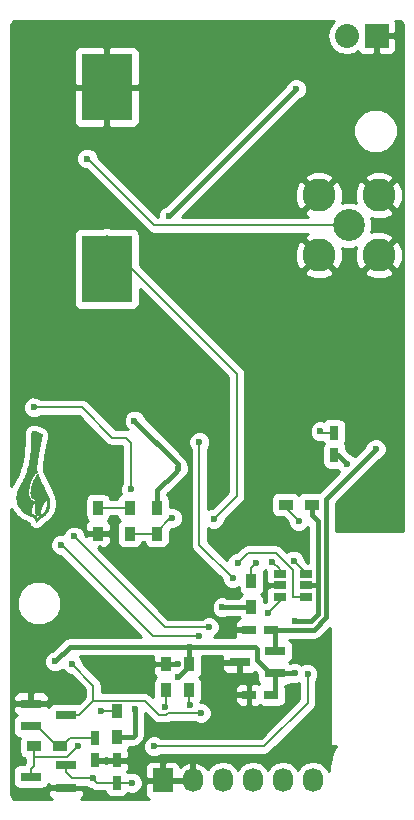
<source format=gbl>
G04 #@! TF.FileFunction,Copper,L2,Bot,Signal*
%FSLAX46Y46*%
G04 Gerber Fmt 4.6, Leading zero omitted, Abs format (unit mm)*
G04 Created by KiCad (PCBNEW (2015-11-03 BZR 6296)-product) date Tuesday, November 17, 2015 'PMt' 04:43:17 PM*
%MOMM*%
G01*
G04 APERTURE LIST*
%ADD10C,0.100000*%
%ADD11C,0.010000*%
%ADD12R,1.800860X0.800100*%
%ADD13R,0.750000X1.200000*%
%ADD14R,1.200000X0.750000*%
%ADD15C,2.800000*%
%ADD16C,2.700000*%
%ADD17R,4.300000X5.700000*%
%ADD18R,0.900000X1.200000*%
%ADD19R,1.200000X0.900000*%
%ADD20R,1.060000X0.650000*%
%ADD21R,1.727200X2.032000*%
%ADD22O,1.727200X2.032000*%
%ADD23R,2.032000X2.032000*%
%ADD24O,2.032000X2.032000*%
%ADD25C,0.600000*%
%ADD26C,0.200000*%
%ADD27C,0.400000*%
%ADD28C,0.254000*%
G04 APERTURE END LIST*
D10*
D11*
G36*
X183894931Y-103740577D02*
X183894428Y-103708906D01*
X183893379Y-103681275D01*
X183891660Y-103656176D01*
X183889149Y-103632107D01*
X183885724Y-103607561D01*
X183881260Y-103581033D01*
X183877185Y-103559069D01*
X183864422Y-103500214D01*
X183848355Y-103439117D01*
X183829818Y-103378664D01*
X183809646Y-103321740D01*
X183805223Y-103310361D01*
X183788030Y-103267183D01*
X183770892Y-103224808D01*
X183753630Y-103182850D01*
X183736063Y-103140920D01*
X183718011Y-103098631D01*
X183699293Y-103055596D01*
X183679729Y-103011427D01*
X183659138Y-102965735D01*
X183637341Y-102918134D01*
X183614156Y-102868236D01*
X183589403Y-102815653D01*
X183562901Y-102759997D01*
X183534472Y-102700882D01*
X183503933Y-102637918D01*
X183471104Y-102570720D01*
X183435806Y-102498898D01*
X183397857Y-102422065D01*
X183357077Y-102339834D01*
X183313286Y-102251817D01*
X183301963Y-102229097D01*
X183263019Y-102150817D01*
X183227120Y-102078298D01*
X183194039Y-102011051D01*
X183163552Y-101948585D01*
X183135433Y-101890411D01*
X183109455Y-101836038D01*
X183085394Y-101784976D01*
X183063022Y-101736735D01*
X183042115Y-101690825D01*
X183022447Y-101646756D01*
X183003792Y-101604038D01*
X182985924Y-101562181D01*
X182968618Y-101520694D01*
X182951647Y-101479088D01*
X182934787Y-101436872D01*
X182921719Y-101403597D01*
X182912482Y-101380074D01*
X182903963Y-101358681D01*
X182896527Y-101340312D01*
X182890540Y-101325857D01*
X182886365Y-101316209D01*
X182884376Y-101312268D01*
X182880281Y-101312801D01*
X182872263Y-101318013D01*
X182861032Y-101327261D01*
X182847296Y-101339900D01*
X182831764Y-101355288D01*
X182815145Y-101372781D01*
X182803343Y-101385822D01*
X182747242Y-101453801D01*
X182693747Y-101528236D01*
X182642914Y-101609006D01*
X182594800Y-101695989D01*
X182549462Y-101789062D01*
X182506957Y-101888103D01*
X182467342Y-101992991D01*
X182430673Y-102103602D01*
X182397008Y-102219815D01*
X182374704Y-102306708D01*
X182351462Y-102407303D01*
X182332133Y-102502291D01*
X182316697Y-102591919D01*
X182305132Y-102676439D01*
X182297420Y-102756099D01*
X182293538Y-102831149D01*
X182293465Y-102901837D01*
X182297182Y-102968413D01*
X182304668Y-103031126D01*
X182311340Y-103068918D01*
X182326252Y-103129550D01*
X182345633Y-103184906D01*
X182369410Y-103234914D01*
X182397509Y-103279501D01*
X182429858Y-103318596D01*
X182466383Y-103352127D01*
X182507012Y-103380021D01*
X182551671Y-103402205D01*
X182600287Y-103418608D01*
X182652786Y-103429158D01*
X182679060Y-103432097D01*
X182690167Y-103432915D01*
X182698302Y-103433851D01*
X182704006Y-103435889D01*
X182707822Y-103440009D01*
X182710290Y-103447194D01*
X182711954Y-103458425D01*
X182713354Y-103474685D01*
X182715033Y-103496955D01*
X182715063Y-103497333D01*
X182717290Y-103524885D01*
X182719184Y-103546056D01*
X182720834Y-103561509D01*
X182722327Y-103571906D01*
X182723751Y-103577910D01*
X182725193Y-103580183D01*
X182726026Y-103580082D01*
X182727335Y-103582027D01*
X182727560Y-103588861D01*
X182726886Y-103598532D01*
X182725503Y-103608990D01*
X182723597Y-103618183D01*
X182722141Y-103622569D01*
X182720624Y-103628077D01*
X182718164Y-103639384D01*
X182714992Y-103655331D01*
X182711335Y-103674759D01*
X182707422Y-103696511D01*
X182706471Y-103701944D01*
X182692964Y-103783430D01*
X182681591Y-103860846D01*
X182672013Y-103936734D01*
X182663891Y-104013633D01*
X182661706Y-104037083D01*
X182660112Y-104059513D01*
X182658879Y-104086719D01*
X182658007Y-104117348D01*
X182657496Y-104150049D01*
X182657348Y-104183471D01*
X182657562Y-104216262D01*
X182658139Y-104247070D01*
X182659080Y-104274545D01*
X182660385Y-104297334D01*
X182661598Y-104310486D01*
X182671253Y-104383314D01*
X182683140Y-104454171D01*
X182697651Y-104524932D01*
X182715178Y-104597473D01*
X182736110Y-104673669D01*
X182740632Y-104689143D01*
X182747425Y-104711757D01*
X182752778Y-104728423D01*
X182757041Y-104740018D01*
X182760562Y-104747422D01*
X182763691Y-104751510D01*
X182766032Y-104752943D01*
X182771145Y-104753909D01*
X182782439Y-104755491D01*
X182799075Y-104757590D01*
X182820217Y-104760105D01*
X182845025Y-104762937D01*
X182872662Y-104765987D01*
X182901608Y-104769082D01*
X182935601Y-104772679D01*
X182963243Y-104775565D01*
X182985209Y-104777688D01*
X183002170Y-104778999D01*
X183014802Y-104779447D01*
X183023777Y-104778982D01*
X183029770Y-104777553D01*
X183033453Y-104775110D01*
X183035501Y-104771603D01*
X183036587Y-104766982D01*
X183037385Y-104761195D01*
X183037717Y-104758909D01*
X183039746Y-104747663D01*
X183043203Y-104730611D01*
X183047849Y-104708807D01*
X183053445Y-104683300D01*
X183059751Y-104655142D01*
X183066529Y-104625385D01*
X183073539Y-104595079D01*
X183080543Y-104565275D01*
X183087300Y-104537025D01*
X183093573Y-104511380D01*
X183098407Y-104492167D01*
X183125766Y-104389538D01*
X183153603Y-104293547D01*
X183182055Y-104203787D01*
X183211258Y-104119847D01*
X183241350Y-104041320D01*
X183272466Y-103967797D01*
X183277787Y-103955944D01*
X183312240Y-103885270D01*
X183351978Y-103813300D01*
X183395908Y-103741754D01*
X183442934Y-103672352D01*
X183491963Y-103606810D01*
X183528214Y-103562597D01*
X183543577Y-103544935D01*
X183559988Y-103526602D01*
X183576756Y-103508316D01*
X183593190Y-103490794D01*
X183608599Y-103474751D01*
X183622291Y-103460905D01*
X183633576Y-103449973D01*
X183641762Y-103442671D01*
X183646159Y-103439717D01*
X183646632Y-103439781D01*
X183649881Y-103445886D01*
X183654203Y-103457863D01*
X183659337Y-103474653D01*
X183665020Y-103495199D01*
X183670989Y-103518444D01*
X183676981Y-103543330D01*
X183682735Y-103568801D01*
X183687987Y-103593799D01*
X183692474Y-103617268D01*
X183695935Y-103638148D01*
X183695979Y-103638444D01*
X183702523Y-103693487D01*
X183705577Y-103747821D01*
X183705107Y-103802961D01*
X183701077Y-103860419D01*
X183693452Y-103921711D01*
X183688739Y-103951539D01*
X183670150Y-104044796D01*
X183646293Y-104134229D01*
X183617275Y-104219623D01*
X183583203Y-104300766D01*
X183544182Y-104377443D01*
X183500319Y-104449442D01*
X183451720Y-104516549D01*
X183398491Y-104578551D01*
X183355085Y-104622051D01*
X183306444Y-104664426D01*
X183255667Y-104702464D01*
X183203770Y-104735507D01*
X183151770Y-104762895D01*
X183110645Y-104780344D01*
X183098231Y-104785320D01*
X183088063Y-104789944D01*
X183082348Y-104793211D01*
X183079042Y-104796468D01*
X183071330Y-104804369D01*
X183059666Y-104816439D01*
X183044504Y-104832207D01*
X183026296Y-104851199D01*
X183005496Y-104872943D01*
X182982558Y-104896966D01*
X182957935Y-104922795D01*
X182939691Y-104941958D01*
X182914263Y-104968659D01*
X182890288Y-104993792D01*
X182868206Y-105016896D01*
X182848460Y-105037514D01*
X182831487Y-105055187D01*
X182817730Y-105069455D01*
X182807629Y-105079861D01*
X182801624Y-105085945D01*
X182800078Y-105087393D01*
X182798301Y-105084428D01*
X182793948Y-105075616D01*
X182787299Y-105061564D01*
X182778632Y-105042877D01*
X182768227Y-105020164D01*
X182756363Y-104994028D01*
X182743317Y-104965077D01*
X182729370Y-104933917D01*
X182726077Y-104926532D01*
X182654058Y-104764874D01*
X182593786Y-104748019D01*
X182565801Y-104739906D01*
X182533466Y-104730059D01*
X182498653Y-104719084D01*
X182463238Y-104707589D01*
X182429093Y-104696183D01*
X182398093Y-104685473D01*
X182373243Y-104676489D01*
X182359557Y-104671041D01*
X182351083Y-104666521D01*
X182346267Y-104661864D01*
X182343608Y-104656170D01*
X182342442Y-104648868D01*
X182341504Y-104635547D01*
X182340791Y-104617240D01*
X182340303Y-104594980D01*
X182340035Y-104569799D01*
X182339987Y-104542731D01*
X182340155Y-104514808D01*
X182340539Y-104487063D01*
X182341134Y-104460528D01*
X182341940Y-104436237D01*
X182342954Y-104415223D01*
X182344159Y-104398681D01*
X182361788Y-104235739D01*
X182375162Y-104135861D01*
X182381600Y-104093141D01*
X182387900Y-104056322D01*
X182394376Y-104024266D01*
X182401339Y-103995833D01*
X182409101Y-103969884D01*
X182417975Y-103945279D01*
X182428273Y-103920878D01*
X182440306Y-103895543D01*
X182441853Y-103892444D01*
X182473187Y-103836885D01*
X182510789Y-103782336D01*
X182553872Y-103729767D01*
X182601647Y-103680148D01*
X182646958Y-103639686D01*
X182668681Y-103621653D01*
X182643431Y-103619252D01*
X182596009Y-103612225D01*
X182546832Y-103600319D01*
X182497776Y-103584198D01*
X182450718Y-103564523D01*
X182407537Y-103541958D01*
X182385711Y-103528281D01*
X182335994Y-103490660D01*
X182290997Y-103447859D01*
X182250749Y-103399963D01*
X182215277Y-103347063D01*
X182184611Y-103289243D01*
X182158777Y-103226594D01*
X182137803Y-103159201D01*
X182121718Y-103087152D01*
X182110549Y-103010535D01*
X182104324Y-102929438D01*
X182103071Y-102843947D01*
X182106818Y-102754152D01*
X182113861Y-102675361D01*
X182123178Y-102602218D01*
X182135491Y-102524125D01*
X182150519Y-102442379D01*
X182167976Y-102358276D01*
X182187582Y-102273113D01*
X182209051Y-102188187D01*
X182232101Y-102104795D01*
X182255255Y-102028014D01*
X182287888Y-101930540D01*
X182323330Y-101836214D01*
X182361371Y-101745387D01*
X182401797Y-101658408D01*
X182444400Y-101575628D01*
X182488966Y-101497396D01*
X182535286Y-101424063D01*
X182583147Y-101355979D01*
X182632339Y-101293494D01*
X182682650Y-101236959D01*
X182733869Y-101186722D01*
X182785785Y-101143135D01*
X182791897Y-101138484D01*
X182804324Y-101128868D01*
X182811896Y-101122108D01*
X182815578Y-101117071D01*
X182816336Y-101112623D01*
X182815921Y-101110274D01*
X182811612Y-101090837D01*
X182806930Y-101065760D01*
X182802078Y-101036432D01*
X182797263Y-101004243D01*
X182792687Y-100970585D01*
X182788557Y-100936848D01*
X182785077Y-100904422D01*
X182784068Y-100893833D01*
X182781538Y-100862095D01*
X182779816Y-100830112D01*
X182778933Y-100797209D01*
X182778920Y-100762710D01*
X182779806Y-100725940D01*
X182781623Y-100686225D01*
X182784401Y-100642887D01*
X182788171Y-100595254D01*
X182792963Y-100542648D01*
X182798808Y-100484395D01*
X182805400Y-100422875D01*
X182815763Y-100333835D01*
X182827982Y-100238361D01*
X182841993Y-100136807D01*
X182857731Y-100029531D01*
X182875132Y-99916885D01*
X182894133Y-99799226D01*
X182914668Y-99676909D01*
X182936674Y-99550288D01*
X182960086Y-99419720D01*
X182984840Y-99285559D01*
X183010872Y-99148160D01*
X183038118Y-99007879D01*
X183066514Y-98865070D01*
X183095994Y-98720089D01*
X183126495Y-98573291D01*
X183157954Y-98425031D01*
X183190304Y-98275665D01*
X183209592Y-98188028D01*
X183219446Y-98143534D01*
X183227733Y-98105316D01*
X183234320Y-98072742D01*
X183239072Y-98045177D01*
X183241854Y-98021989D01*
X183242532Y-98002545D01*
X183240972Y-97986212D01*
X183237038Y-97972358D01*
X183230596Y-97960348D01*
X183221512Y-97949551D01*
X183209652Y-97939333D01*
X183194880Y-97929062D01*
X183177062Y-97918104D01*
X183156064Y-97905826D01*
X183148705Y-97901547D01*
X183082928Y-97864278D01*
X183017678Y-97829346D01*
X182953786Y-97797145D01*
X182892085Y-97768071D01*
X182833406Y-97742519D01*
X182778581Y-97720883D01*
X182739141Y-97707018D01*
X182686728Y-97691558D01*
X182637816Y-97680842D01*
X182592633Y-97674842D01*
X182551406Y-97673531D01*
X182514365Y-97676881D01*
X182481738Y-97684866D01*
X182453753Y-97697457D01*
X182430638Y-97714628D01*
X182412622Y-97736351D01*
X182406605Y-97746876D01*
X182401846Y-97757009D01*
X182397476Y-97768059D01*
X182393467Y-97780385D01*
X182389791Y-97794343D01*
X182386419Y-97810291D01*
X182383323Y-97828587D01*
X182380476Y-97849586D01*
X182377848Y-97873648D01*
X182375413Y-97901128D01*
X182373141Y-97932385D01*
X182371005Y-97967775D01*
X182368977Y-98007657D01*
X182367027Y-98052387D01*
X182365129Y-98102323D01*
X182363254Y-98157822D01*
X182361374Y-98219241D01*
X182359460Y-98286938D01*
X182357485Y-98361269D01*
X182357131Y-98375000D01*
X182353793Y-98497077D01*
X182350214Y-98612656D01*
X182346361Y-98722293D01*
X182342206Y-98826544D01*
X182337716Y-98925963D01*
X182332862Y-99021105D01*
X182327612Y-99112526D01*
X182321936Y-99200781D01*
X182315804Y-99286426D01*
X182309184Y-99370015D01*
X182302046Y-99452103D01*
X182294360Y-99533246D01*
X182291655Y-99560333D01*
X182277823Y-99689033D01*
X182262727Y-99813498D01*
X182246195Y-99934477D01*
X182228059Y-100052719D01*
X182208149Y-100168972D01*
X182186295Y-100283984D01*
X182162329Y-100398504D01*
X182136080Y-100513279D01*
X182107380Y-100629059D01*
X182076058Y-100746592D01*
X182041946Y-100866627D01*
X182004873Y-100989910D01*
X181964671Y-101117192D01*
X181921170Y-101249220D01*
X181885449Y-101354208D01*
X181867941Y-101404068D01*
X181850515Y-101451600D01*
X181832850Y-101497473D01*
X181814626Y-101542357D01*
X181795524Y-101586920D01*
X181775221Y-101631833D01*
X181753399Y-101677765D01*
X181729737Y-101725385D01*
X181703915Y-101775363D01*
X181675612Y-101828367D01*
X181644508Y-101885068D01*
X181610283Y-101946135D01*
X181572616Y-102012237D01*
X181560507Y-102033306D01*
X181526777Y-102091927D01*
X181496349Y-102144898D01*
X181468975Y-102192666D01*
X181444409Y-102235679D01*
X181422404Y-102274384D01*
X181402713Y-102309229D01*
X181385090Y-102340662D01*
X181369286Y-102369130D01*
X181355056Y-102395081D01*
X181342152Y-102418963D01*
X181330328Y-102441223D01*
X181319336Y-102462308D01*
X181308930Y-102482668D01*
X181298862Y-102502748D01*
X181288887Y-102522997D01*
X181278756Y-102543862D01*
X181277872Y-102545694D01*
X181246435Y-102613133D01*
X181219181Y-102676750D01*
X181195718Y-102737918D01*
X181175655Y-102798008D01*
X181158598Y-102858391D01*
X181144156Y-102920440D01*
X181131936Y-102985526D01*
X181121546Y-103055022D01*
X181113721Y-103119861D01*
X181109961Y-103160848D01*
X181107001Y-103206794D01*
X181104895Y-103255642D01*
X181103699Y-103305337D01*
X181103468Y-103353821D01*
X181104256Y-103399038D01*
X181105492Y-103428542D01*
X181112135Y-103508088D01*
X181123257Y-103588544D01*
X181138557Y-103668722D01*
X181157737Y-103747433D01*
X181180499Y-103823489D01*
X181206544Y-103895702D01*
X181235573Y-103962884D01*
X181244375Y-103980992D01*
X181288628Y-104061972D01*
X181339592Y-104141194D01*
X181397107Y-104218518D01*
X181461017Y-104293805D01*
X181531164Y-104366914D01*
X181607390Y-104437705D01*
X181689537Y-104506040D01*
X181777448Y-104571777D01*
X181870964Y-104634778D01*
X181969930Y-104694903D01*
X182074186Y-104752011D01*
X182164799Y-104797103D01*
X182204713Y-104815441D01*
X182246078Y-104833063D01*
X182290186Y-104850474D01*
X182338328Y-104868181D01*
X182391796Y-104886690D01*
X182404750Y-104891035D01*
X182428196Y-104898704D01*
X182453786Y-104906807D01*
X182480327Y-104914992D01*
X182506627Y-104922907D01*
X182531492Y-104930199D01*
X182553731Y-104936515D01*
X182572152Y-104941504D01*
X182585560Y-104944813D01*
X182589442Y-104945622D01*
X182601004Y-104947791D01*
X182683572Y-105152405D01*
X182698117Y-105188385D01*
X182711915Y-105222393D01*
X182724734Y-105253868D01*
X182736346Y-105282252D01*
X182746520Y-105306986D01*
X182755026Y-105327510D01*
X182761633Y-105343266D01*
X182766111Y-105353693D01*
X182768231Y-105358232D01*
X182768344Y-105358381D01*
X182770994Y-105356040D01*
X182777950Y-105348838D01*
X182788837Y-105337188D01*
X182803276Y-105321505D01*
X182820892Y-105302203D01*
X182841306Y-105279696D01*
X182864141Y-105254399D01*
X182889021Y-105226726D01*
X182915568Y-105197091D01*
X182938231Y-105171714D01*
X182970360Y-105135698D01*
X182998154Y-105104584D01*
X183021967Y-105078002D01*
X183042152Y-105055585D01*
X183059065Y-105036962D01*
X183073058Y-105021765D01*
X183084487Y-105009624D01*
X183093706Y-105000170D01*
X183101069Y-104993035D01*
X183106929Y-104987848D01*
X183111642Y-104984241D01*
X183115561Y-104981844D01*
X183119041Y-104980288D01*
X183122435Y-104979205D01*
X183123103Y-104979021D01*
X183143652Y-104972612D01*
X183168602Y-104963510D01*
X183196184Y-104952440D01*
X183224625Y-104940126D01*
X183252157Y-104927295D01*
X183265446Y-104920700D01*
X183323655Y-104888251D01*
X183379780Y-104851023D01*
X183434751Y-104808334D01*
X183489498Y-104759501D01*
X183503151Y-104746358D01*
X183556690Y-104690849D01*
X183605173Y-104633569D01*
X183649469Y-104573315D01*
X183690443Y-104508883D01*
X183728963Y-104439069D01*
X183739580Y-104418083D01*
X183771452Y-104350029D01*
X183799287Y-104282015D01*
X183823459Y-104212813D01*
X183844341Y-104141193D01*
X183862308Y-104065928D01*
X183877732Y-103985788D01*
X183885248Y-103939320D01*
X183888168Y-103919484D01*
X183890434Y-103902156D01*
X183892130Y-103885939D01*
X183893341Y-103869438D01*
X183894152Y-103851258D01*
X183894645Y-103830002D01*
X183894906Y-103804276D01*
X183895009Y-103777792D01*
X183894931Y-103740577D01*
X183894931Y-103740577D01*
G37*
X183894931Y-103740577D02*
X183894428Y-103708906D01*
X183893379Y-103681275D01*
X183891660Y-103656176D01*
X183889149Y-103632107D01*
X183885724Y-103607561D01*
X183881260Y-103581033D01*
X183877185Y-103559069D01*
X183864422Y-103500214D01*
X183848355Y-103439117D01*
X183829818Y-103378664D01*
X183809646Y-103321740D01*
X183805223Y-103310361D01*
X183788030Y-103267183D01*
X183770892Y-103224808D01*
X183753630Y-103182850D01*
X183736063Y-103140920D01*
X183718011Y-103098631D01*
X183699293Y-103055596D01*
X183679729Y-103011427D01*
X183659138Y-102965735D01*
X183637341Y-102918134D01*
X183614156Y-102868236D01*
X183589403Y-102815653D01*
X183562901Y-102759997D01*
X183534472Y-102700882D01*
X183503933Y-102637918D01*
X183471104Y-102570720D01*
X183435806Y-102498898D01*
X183397857Y-102422065D01*
X183357077Y-102339834D01*
X183313286Y-102251817D01*
X183301963Y-102229097D01*
X183263019Y-102150817D01*
X183227120Y-102078298D01*
X183194039Y-102011051D01*
X183163552Y-101948585D01*
X183135433Y-101890411D01*
X183109455Y-101836038D01*
X183085394Y-101784976D01*
X183063022Y-101736735D01*
X183042115Y-101690825D01*
X183022447Y-101646756D01*
X183003792Y-101604038D01*
X182985924Y-101562181D01*
X182968618Y-101520694D01*
X182951647Y-101479088D01*
X182934787Y-101436872D01*
X182921719Y-101403597D01*
X182912482Y-101380074D01*
X182903963Y-101358681D01*
X182896527Y-101340312D01*
X182890540Y-101325857D01*
X182886365Y-101316209D01*
X182884376Y-101312268D01*
X182880281Y-101312801D01*
X182872263Y-101318013D01*
X182861032Y-101327261D01*
X182847296Y-101339900D01*
X182831764Y-101355288D01*
X182815145Y-101372781D01*
X182803343Y-101385822D01*
X182747242Y-101453801D01*
X182693747Y-101528236D01*
X182642914Y-101609006D01*
X182594800Y-101695989D01*
X182549462Y-101789062D01*
X182506957Y-101888103D01*
X182467342Y-101992991D01*
X182430673Y-102103602D01*
X182397008Y-102219815D01*
X182374704Y-102306708D01*
X182351462Y-102407303D01*
X182332133Y-102502291D01*
X182316697Y-102591919D01*
X182305132Y-102676439D01*
X182297420Y-102756099D01*
X182293538Y-102831149D01*
X182293465Y-102901837D01*
X182297182Y-102968413D01*
X182304668Y-103031126D01*
X182311340Y-103068918D01*
X182326252Y-103129550D01*
X182345633Y-103184906D01*
X182369410Y-103234914D01*
X182397509Y-103279501D01*
X182429858Y-103318596D01*
X182466383Y-103352127D01*
X182507012Y-103380021D01*
X182551671Y-103402205D01*
X182600287Y-103418608D01*
X182652786Y-103429158D01*
X182679060Y-103432097D01*
X182690167Y-103432915D01*
X182698302Y-103433851D01*
X182704006Y-103435889D01*
X182707822Y-103440009D01*
X182710290Y-103447194D01*
X182711954Y-103458425D01*
X182713354Y-103474685D01*
X182715033Y-103496955D01*
X182715063Y-103497333D01*
X182717290Y-103524885D01*
X182719184Y-103546056D01*
X182720834Y-103561509D01*
X182722327Y-103571906D01*
X182723751Y-103577910D01*
X182725193Y-103580183D01*
X182726026Y-103580082D01*
X182727335Y-103582027D01*
X182727560Y-103588861D01*
X182726886Y-103598532D01*
X182725503Y-103608990D01*
X182723597Y-103618183D01*
X182722141Y-103622569D01*
X182720624Y-103628077D01*
X182718164Y-103639384D01*
X182714992Y-103655331D01*
X182711335Y-103674759D01*
X182707422Y-103696511D01*
X182706471Y-103701944D01*
X182692964Y-103783430D01*
X182681591Y-103860846D01*
X182672013Y-103936734D01*
X182663891Y-104013633D01*
X182661706Y-104037083D01*
X182660112Y-104059513D01*
X182658879Y-104086719D01*
X182658007Y-104117348D01*
X182657496Y-104150049D01*
X182657348Y-104183471D01*
X182657562Y-104216262D01*
X182658139Y-104247070D01*
X182659080Y-104274545D01*
X182660385Y-104297334D01*
X182661598Y-104310486D01*
X182671253Y-104383314D01*
X182683140Y-104454171D01*
X182697651Y-104524932D01*
X182715178Y-104597473D01*
X182736110Y-104673669D01*
X182740632Y-104689143D01*
X182747425Y-104711757D01*
X182752778Y-104728423D01*
X182757041Y-104740018D01*
X182760562Y-104747422D01*
X182763691Y-104751510D01*
X182766032Y-104752943D01*
X182771145Y-104753909D01*
X182782439Y-104755491D01*
X182799075Y-104757590D01*
X182820217Y-104760105D01*
X182845025Y-104762937D01*
X182872662Y-104765987D01*
X182901608Y-104769082D01*
X182935601Y-104772679D01*
X182963243Y-104775565D01*
X182985209Y-104777688D01*
X183002170Y-104778999D01*
X183014802Y-104779447D01*
X183023777Y-104778982D01*
X183029770Y-104777553D01*
X183033453Y-104775110D01*
X183035501Y-104771603D01*
X183036587Y-104766982D01*
X183037385Y-104761195D01*
X183037717Y-104758909D01*
X183039746Y-104747663D01*
X183043203Y-104730611D01*
X183047849Y-104708807D01*
X183053445Y-104683300D01*
X183059751Y-104655142D01*
X183066529Y-104625385D01*
X183073539Y-104595079D01*
X183080543Y-104565275D01*
X183087300Y-104537025D01*
X183093573Y-104511380D01*
X183098407Y-104492167D01*
X183125766Y-104389538D01*
X183153603Y-104293547D01*
X183182055Y-104203787D01*
X183211258Y-104119847D01*
X183241350Y-104041320D01*
X183272466Y-103967797D01*
X183277787Y-103955944D01*
X183312240Y-103885270D01*
X183351978Y-103813300D01*
X183395908Y-103741754D01*
X183442934Y-103672352D01*
X183491963Y-103606810D01*
X183528214Y-103562597D01*
X183543577Y-103544935D01*
X183559988Y-103526602D01*
X183576756Y-103508316D01*
X183593190Y-103490794D01*
X183608599Y-103474751D01*
X183622291Y-103460905D01*
X183633576Y-103449973D01*
X183641762Y-103442671D01*
X183646159Y-103439717D01*
X183646632Y-103439781D01*
X183649881Y-103445886D01*
X183654203Y-103457863D01*
X183659337Y-103474653D01*
X183665020Y-103495199D01*
X183670989Y-103518444D01*
X183676981Y-103543330D01*
X183682735Y-103568801D01*
X183687987Y-103593799D01*
X183692474Y-103617268D01*
X183695935Y-103638148D01*
X183695979Y-103638444D01*
X183702523Y-103693487D01*
X183705577Y-103747821D01*
X183705107Y-103802961D01*
X183701077Y-103860419D01*
X183693452Y-103921711D01*
X183688739Y-103951539D01*
X183670150Y-104044796D01*
X183646293Y-104134229D01*
X183617275Y-104219623D01*
X183583203Y-104300766D01*
X183544182Y-104377443D01*
X183500319Y-104449442D01*
X183451720Y-104516549D01*
X183398491Y-104578551D01*
X183355085Y-104622051D01*
X183306444Y-104664426D01*
X183255667Y-104702464D01*
X183203770Y-104735507D01*
X183151770Y-104762895D01*
X183110645Y-104780344D01*
X183098231Y-104785320D01*
X183088063Y-104789944D01*
X183082348Y-104793211D01*
X183079042Y-104796468D01*
X183071330Y-104804369D01*
X183059666Y-104816439D01*
X183044504Y-104832207D01*
X183026296Y-104851199D01*
X183005496Y-104872943D01*
X182982558Y-104896966D01*
X182957935Y-104922795D01*
X182939691Y-104941958D01*
X182914263Y-104968659D01*
X182890288Y-104993792D01*
X182868206Y-105016896D01*
X182848460Y-105037514D01*
X182831487Y-105055187D01*
X182817730Y-105069455D01*
X182807629Y-105079861D01*
X182801624Y-105085945D01*
X182800078Y-105087393D01*
X182798301Y-105084428D01*
X182793948Y-105075616D01*
X182787299Y-105061564D01*
X182778632Y-105042877D01*
X182768227Y-105020164D01*
X182756363Y-104994028D01*
X182743317Y-104965077D01*
X182729370Y-104933917D01*
X182726077Y-104926532D01*
X182654058Y-104764874D01*
X182593786Y-104748019D01*
X182565801Y-104739906D01*
X182533466Y-104730059D01*
X182498653Y-104719084D01*
X182463238Y-104707589D01*
X182429093Y-104696183D01*
X182398093Y-104685473D01*
X182373243Y-104676489D01*
X182359557Y-104671041D01*
X182351083Y-104666521D01*
X182346267Y-104661864D01*
X182343608Y-104656170D01*
X182342442Y-104648868D01*
X182341504Y-104635547D01*
X182340791Y-104617240D01*
X182340303Y-104594980D01*
X182340035Y-104569799D01*
X182339987Y-104542731D01*
X182340155Y-104514808D01*
X182340539Y-104487063D01*
X182341134Y-104460528D01*
X182341940Y-104436237D01*
X182342954Y-104415223D01*
X182344159Y-104398681D01*
X182361788Y-104235739D01*
X182375162Y-104135861D01*
X182381600Y-104093141D01*
X182387900Y-104056322D01*
X182394376Y-104024266D01*
X182401339Y-103995833D01*
X182409101Y-103969884D01*
X182417975Y-103945279D01*
X182428273Y-103920878D01*
X182440306Y-103895543D01*
X182441853Y-103892444D01*
X182473187Y-103836885D01*
X182510789Y-103782336D01*
X182553872Y-103729767D01*
X182601647Y-103680148D01*
X182646958Y-103639686D01*
X182668681Y-103621653D01*
X182643431Y-103619252D01*
X182596009Y-103612225D01*
X182546832Y-103600319D01*
X182497776Y-103584198D01*
X182450718Y-103564523D01*
X182407537Y-103541958D01*
X182385711Y-103528281D01*
X182335994Y-103490660D01*
X182290997Y-103447859D01*
X182250749Y-103399963D01*
X182215277Y-103347063D01*
X182184611Y-103289243D01*
X182158777Y-103226594D01*
X182137803Y-103159201D01*
X182121718Y-103087152D01*
X182110549Y-103010535D01*
X182104324Y-102929438D01*
X182103071Y-102843947D01*
X182106818Y-102754152D01*
X182113861Y-102675361D01*
X182123178Y-102602218D01*
X182135491Y-102524125D01*
X182150519Y-102442379D01*
X182167976Y-102358276D01*
X182187582Y-102273113D01*
X182209051Y-102188187D01*
X182232101Y-102104795D01*
X182255255Y-102028014D01*
X182287888Y-101930540D01*
X182323330Y-101836214D01*
X182361371Y-101745387D01*
X182401797Y-101658408D01*
X182444400Y-101575628D01*
X182488966Y-101497396D01*
X182535286Y-101424063D01*
X182583147Y-101355979D01*
X182632339Y-101293494D01*
X182682650Y-101236959D01*
X182733869Y-101186722D01*
X182785785Y-101143135D01*
X182791897Y-101138484D01*
X182804324Y-101128868D01*
X182811896Y-101122108D01*
X182815578Y-101117071D01*
X182816336Y-101112623D01*
X182815921Y-101110274D01*
X182811612Y-101090837D01*
X182806930Y-101065760D01*
X182802078Y-101036432D01*
X182797263Y-101004243D01*
X182792687Y-100970585D01*
X182788557Y-100936848D01*
X182785077Y-100904422D01*
X182784068Y-100893833D01*
X182781538Y-100862095D01*
X182779816Y-100830112D01*
X182778933Y-100797209D01*
X182778920Y-100762710D01*
X182779806Y-100725940D01*
X182781623Y-100686225D01*
X182784401Y-100642887D01*
X182788171Y-100595254D01*
X182792963Y-100542648D01*
X182798808Y-100484395D01*
X182805400Y-100422875D01*
X182815763Y-100333835D01*
X182827982Y-100238361D01*
X182841993Y-100136807D01*
X182857731Y-100029531D01*
X182875132Y-99916885D01*
X182894133Y-99799226D01*
X182914668Y-99676909D01*
X182936674Y-99550288D01*
X182960086Y-99419720D01*
X182984840Y-99285559D01*
X183010872Y-99148160D01*
X183038118Y-99007879D01*
X183066514Y-98865070D01*
X183095994Y-98720089D01*
X183126495Y-98573291D01*
X183157954Y-98425031D01*
X183190304Y-98275665D01*
X183209592Y-98188028D01*
X183219446Y-98143534D01*
X183227733Y-98105316D01*
X183234320Y-98072742D01*
X183239072Y-98045177D01*
X183241854Y-98021989D01*
X183242532Y-98002545D01*
X183240972Y-97986212D01*
X183237038Y-97972358D01*
X183230596Y-97960348D01*
X183221512Y-97949551D01*
X183209652Y-97939333D01*
X183194880Y-97929062D01*
X183177062Y-97918104D01*
X183156064Y-97905826D01*
X183148705Y-97901547D01*
X183082928Y-97864278D01*
X183017678Y-97829346D01*
X182953786Y-97797145D01*
X182892085Y-97768071D01*
X182833406Y-97742519D01*
X182778581Y-97720883D01*
X182739141Y-97707018D01*
X182686728Y-97691558D01*
X182637816Y-97680842D01*
X182592633Y-97674842D01*
X182551406Y-97673531D01*
X182514365Y-97676881D01*
X182481738Y-97684866D01*
X182453753Y-97697457D01*
X182430638Y-97714628D01*
X182412622Y-97736351D01*
X182406605Y-97746876D01*
X182401846Y-97757009D01*
X182397476Y-97768059D01*
X182393467Y-97780385D01*
X182389791Y-97794343D01*
X182386419Y-97810291D01*
X182383323Y-97828587D01*
X182380476Y-97849586D01*
X182377848Y-97873648D01*
X182375413Y-97901128D01*
X182373141Y-97932385D01*
X182371005Y-97967775D01*
X182368977Y-98007657D01*
X182367027Y-98052387D01*
X182365129Y-98102323D01*
X182363254Y-98157822D01*
X182361374Y-98219241D01*
X182359460Y-98286938D01*
X182357485Y-98361269D01*
X182357131Y-98375000D01*
X182353793Y-98497077D01*
X182350214Y-98612656D01*
X182346361Y-98722293D01*
X182342206Y-98826544D01*
X182337716Y-98925963D01*
X182332862Y-99021105D01*
X182327612Y-99112526D01*
X182321936Y-99200781D01*
X182315804Y-99286426D01*
X182309184Y-99370015D01*
X182302046Y-99452103D01*
X182294360Y-99533246D01*
X182291655Y-99560333D01*
X182277823Y-99689033D01*
X182262727Y-99813498D01*
X182246195Y-99934477D01*
X182228059Y-100052719D01*
X182208149Y-100168972D01*
X182186295Y-100283984D01*
X182162329Y-100398504D01*
X182136080Y-100513279D01*
X182107380Y-100629059D01*
X182076058Y-100746592D01*
X182041946Y-100866627D01*
X182004873Y-100989910D01*
X181964671Y-101117192D01*
X181921170Y-101249220D01*
X181885449Y-101354208D01*
X181867941Y-101404068D01*
X181850515Y-101451600D01*
X181832850Y-101497473D01*
X181814626Y-101542357D01*
X181795524Y-101586920D01*
X181775221Y-101631833D01*
X181753399Y-101677765D01*
X181729737Y-101725385D01*
X181703915Y-101775363D01*
X181675612Y-101828367D01*
X181644508Y-101885068D01*
X181610283Y-101946135D01*
X181572616Y-102012237D01*
X181560507Y-102033306D01*
X181526777Y-102091927D01*
X181496349Y-102144898D01*
X181468975Y-102192666D01*
X181444409Y-102235679D01*
X181422404Y-102274384D01*
X181402713Y-102309229D01*
X181385090Y-102340662D01*
X181369286Y-102369130D01*
X181355056Y-102395081D01*
X181342152Y-102418963D01*
X181330328Y-102441223D01*
X181319336Y-102462308D01*
X181308930Y-102482668D01*
X181298862Y-102502748D01*
X181288887Y-102522997D01*
X181278756Y-102543862D01*
X181277872Y-102545694D01*
X181246435Y-102613133D01*
X181219181Y-102676750D01*
X181195718Y-102737918D01*
X181175655Y-102798008D01*
X181158598Y-102858391D01*
X181144156Y-102920440D01*
X181131936Y-102985526D01*
X181121546Y-103055022D01*
X181113721Y-103119861D01*
X181109961Y-103160848D01*
X181107001Y-103206794D01*
X181104895Y-103255642D01*
X181103699Y-103305337D01*
X181103468Y-103353821D01*
X181104256Y-103399038D01*
X181105492Y-103428542D01*
X181112135Y-103508088D01*
X181123257Y-103588544D01*
X181138557Y-103668722D01*
X181157737Y-103747433D01*
X181180499Y-103823489D01*
X181206544Y-103895702D01*
X181235573Y-103962884D01*
X181244375Y-103980992D01*
X181288628Y-104061972D01*
X181339592Y-104141194D01*
X181397107Y-104218518D01*
X181461017Y-104293805D01*
X181531164Y-104366914D01*
X181607390Y-104437705D01*
X181689537Y-104506040D01*
X181777448Y-104571777D01*
X181870964Y-104634778D01*
X181969930Y-104694903D01*
X182074186Y-104752011D01*
X182164799Y-104797103D01*
X182204713Y-104815441D01*
X182246078Y-104833063D01*
X182290186Y-104850474D01*
X182338328Y-104868181D01*
X182391796Y-104886690D01*
X182404750Y-104891035D01*
X182428196Y-104898704D01*
X182453786Y-104906807D01*
X182480327Y-104914992D01*
X182506627Y-104922907D01*
X182531492Y-104930199D01*
X182553731Y-104936515D01*
X182572152Y-104941504D01*
X182585560Y-104944813D01*
X182589442Y-104945622D01*
X182601004Y-104947791D01*
X182683572Y-105152405D01*
X182698117Y-105188385D01*
X182711915Y-105222393D01*
X182724734Y-105253868D01*
X182736346Y-105282252D01*
X182746520Y-105306986D01*
X182755026Y-105327510D01*
X182761633Y-105343266D01*
X182766111Y-105353693D01*
X182768231Y-105358232D01*
X182768344Y-105358381D01*
X182770994Y-105356040D01*
X182777950Y-105348838D01*
X182788837Y-105337188D01*
X182803276Y-105321505D01*
X182820892Y-105302203D01*
X182841306Y-105279696D01*
X182864141Y-105254399D01*
X182889021Y-105226726D01*
X182915568Y-105197091D01*
X182938231Y-105171714D01*
X182970360Y-105135698D01*
X182998154Y-105104584D01*
X183021967Y-105078002D01*
X183042152Y-105055585D01*
X183059065Y-105036962D01*
X183073058Y-105021765D01*
X183084487Y-105009624D01*
X183093706Y-105000170D01*
X183101069Y-104993035D01*
X183106929Y-104987848D01*
X183111642Y-104984241D01*
X183115561Y-104981844D01*
X183119041Y-104980288D01*
X183122435Y-104979205D01*
X183123103Y-104979021D01*
X183143652Y-104972612D01*
X183168602Y-104963510D01*
X183196184Y-104952440D01*
X183224625Y-104940126D01*
X183252157Y-104927295D01*
X183265446Y-104920700D01*
X183323655Y-104888251D01*
X183379780Y-104851023D01*
X183434751Y-104808334D01*
X183489498Y-104759501D01*
X183503151Y-104746358D01*
X183556690Y-104690849D01*
X183605173Y-104633569D01*
X183649469Y-104573315D01*
X183690443Y-104508883D01*
X183728963Y-104439069D01*
X183739580Y-104418083D01*
X183771452Y-104350029D01*
X183799287Y-104282015D01*
X183823459Y-104212813D01*
X183844341Y-104141193D01*
X183862308Y-104065928D01*
X183877732Y-103985788D01*
X183885248Y-103939320D01*
X183888168Y-103919484D01*
X183890434Y-103902156D01*
X183892130Y-103885939D01*
X183893341Y-103869438D01*
X183894152Y-103851258D01*
X183894645Y-103830002D01*
X183894906Y-103804276D01*
X183895009Y-103777792D01*
X183894931Y-103740577D01*
D12*
X182323860Y-122650000D03*
X182323860Y-120750000D03*
X185326140Y-121700000D03*
X185326140Y-125975000D03*
X185326140Y-127875000D03*
X182323860Y-126925000D03*
D13*
X189600000Y-127450000D03*
X189600000Y-125550000D03*
X187750000Y-123650000D03*
X187750000Y-125550000D03*
D14*
X202700000Y-114500000D03*
X200800000Y-114500000D03*
X202700000Y-120000000D03*
X200800000Y-120000000D03*
D13*
X208000000Y-97800000D03*
X208000000Y-99700000D03*
D15*
X206710000Y-77710000D03*
X206710000Y-82790000D03*
X211790000Y-82790000D03*
X211790000Y-77710000D03*
D16*
X209250000Y-80250000D03*
D17*
X188750000Y-68550000D03*
X188750000Y-83950000D03*
D18*
X189625000Y-123600000D03*
X189625000Y-121400000D03*
D19*
X184775000Y-124350000D03*
X182575000Y-124350000D03*
D18*
X201000000Y-110400000D03*
X201000000Y-112600000D03*
X195750000Y-117400000D03*
X195750000Y-119600000D03*
X193750000Y-117400000D03*
X193750000Y-119600000D03*
X193000000Y-104150000D03*
X193000000Y-106350000D03*
X190700000Y-106350000D03*
X190700000Y-104150000D03*
X188000000Y-104150000D03*
X188000000Y-106350000D03*
D20*
X203400000Y-111700000D03*
X203400000Y-110750000D03*
X203400000Y-109800000D03*
X205600000Y-109800000D03*
X205600000Y-111700000D03*
X205600000Y-110750000D03*
D12*
X203001140Y-116300000D03*
X203001140Y-118200000D03*
X199998860Y-117250000D03*
D21*
X193500000Y-127250000D03*
D22*
X196040000Y-127250000D03*
X198580000Y-127250000D03*
X201120000Y-127250000D03*
X203660000Y-127250000D03*
X206200000Y-127250000D03*
D19*
X206100000Y-103900000D03*
X203900000Y-103900000D03*
D23*
X211600000Y-64200000D03*
D24*
X209060000Y-64200000D03*
D25*
X187550000Y-127050000D03*
X205000000Y-105300000D03*
X190875000Y-127450000D03*
X192750000Y-124375000D03*
X205750000Y-118225000D03*
X182540000Y-128400000D03*
X199425000Y-114500000D03*
X197275000Y-117400000D03*
X194750000Y-117400000D03*
X187825000Y-117400000D03*
X202300000Y-110750000D03*
X211525000Y-99200000D03*
X194750000Y-118525000D03*
X191150000Y-121200000D03*
X184375000Y-117175000D03*
X204650000Y-113725000D03*
X204650000Y-118175000D03*
X195800000Y-115925000D03*
X198550000Y-112600000D03*
X206850000Y-97700000D03*
X194800000Y-100900000D03*
X191100000Y-96800000D03*
X194000000Y-79500000D03*
X204800000Y-68700000D03*
X187100000Y-74600000D03*
X197800000Y-105100000D03*
X185800000Y-117400000D03*
X196750000Y-121550000D03*
X201425000Y-108875000D03*
X195760257Y-120849980D03*
X193675431Y-120995591D03*
X194299980Y-105050000D03*
X202750000Y-108725000D03*
X186000000Y-106600000D03*
X197425000Y-114275000D03*
X184900002Y-107300000D03*
X196600000Y-115050000D03*
X190800000Y-102575000D03*
X182600000Y-95675000D03*
X204575000Y-108650000D03*
X199825000Y-108875000D03*
X209100000Y-100450000D03*
X188250000Y-121400000D03*
X186300000Y-124350000D03*
X196600000Y-98600000D03*
X199400000Y-110100000D03*
X202375000Y-113050000D03*
D26*
X187550000Y-127050000D02*
X185801090Y-127050000D01*
X185801090Y-127050000D02*
X185326140Y-126575050D01*
X185326140Y-126575050D02*
X185326140Y-125975000D01*
X187849999Y-127349999D02*
X187550000Y-127050000D01*
X187950000Y-127450000D02*
X187849999Y-127349999D01*
X189600000Y-127450000D02*
X187950000Y-127450000D01*
X203900000Y-103900000D02*
X203900000Y-104200000D01*
X203900000Y-104200000D02*
X205000000Y-105300000D01*
X190875000Y-127450000D02*
X189600000Y-127450000D01*
X202075000Y-124375000D02*
X192750000Y-124375000D01*
X205750000Y-120700000D02*
X202075000Y-124375000D01*
X205750000Y-118225000D02*
X205750000Y-120700000D01*
D27*
X182540000Y-128400000D02*
X182964264Y-128400000D01*
X200800000Y-114500000D02*
X199425000Y-114500000D01*
X193750000Y-117400000D02*
X194750000Y-117400000D01*
X197425000Y-117250000D02*
X199998860Y-117250000D01*
X197275000Y-117400000D02*
X197425000Y-117250000D01*
X193750000Y-117400000D02*
X187825000Y-117400000D01*
X203400000Y-110750000D02*
X202300000Y-110750000D01*
D26*
X182323860Y-122650000D02*
X182824240Y-122650000D01*
X182824240Y-122650000D02*
X184524240Y-124350000D01*
X184524240Y-124350000D02*
X184775000Y-124350000D01*
X184925000Y-124350000D02*
X185625000Y-123650000D01*
X185625000Y-123650000D02*
X187175000Y-123650000D01*
X187175000Y-123650000D02*
X187750000Y-123650000D01*
X187075000Y-123650000D02*
X187750000Y-123650000D01*
D27*
X206275000Y-114500000D02*
X202700000Y-114500000D01*
X207325000Y-113450000D02*
X206275000Y-114500000D01*
X207325000Y-103400000D02*
X207325000Y-113450000D01*
X211525000Y-99200000D02*
X207325000Y-103400000D01*
X202700000Y-114500000D02*
X203001140Y-114801140D01*
X203001140Y-114801140D02*
X203001140Y-116300000D01*
X206100000Y-103900000D02*
X206100000Y-104750000D01*
X206100000Y-104750000D02*
X206600000Y-105250000D01*
X206600000Y-105250000D02*
X206600000Y-110750000D01*
X189625000Y-123600000D02*
X191000000Y-123600000D01*
X194750000Y-118525000D02*
X195750000Y-117525000D01*
X191150000Y-123450000D02*
X191150000Y-121200000D01*
X191000000Y-123600000D02*
X191150000Y-123450000D01*
X195750000Y-117525000D02*
X195750000Y-117400000D01*
X184375000Y-117175000D02*
X185625000Y-115925000D01*
X185625000Y-115925000D02*
X195800000Y-115925000D01*
X203001140Y-118200000D02*
X202600000Y-118200000D01*
X202600000Y-118200000D02*
X201475000Y-117075000D01*
X201275000Y-115925000D02*
X195800000Y-115925000D01*
X201475000Y-116125000D02*
X201275000Y-115925000D01*
X201475000Y-117075000D02*
X201475000Y-116125000D01*
X203001140Y-118200000D02*
X204625000Y-118200000D01*
X206600000Y-110750000D02*
X205600000Y-110750000D01*
X206600000Y-113150000D02*
X206600000Y-110750000D01*
X206025000Y-113725000D02*
X206600000Y-113150000D01*
X204650000Y-113725000D02*
X206025000Y-113725000D01*
X204625000Y-118200000D02*
X204650000Y-118175000D01*
X201000000Y-112600000D02*
X198550000Y-112600000D01*
X195750000Y-115975000D02*
X195750000Y-117400000D01*
X195800000Y-115925000D02*
X195750000Y-115975000D01*
X203001140Y-118200000D02*
X203001140Y-119698860D01*
X203001140Y-119698860D02*
X202700000Y-120000000D01*
D26*
X206850000Y-97700000D02*
X206950000Y-97800000D01*
X206950000Y-97800000D02*
X208000000Y-97800000D01*
D27*
X193000000Y-102700000D02*
X194500001Y-101199999D01*
X194500001Y-101199999D02*
X194800000Y-100900000D01*
X193000000Y-104150000D02*
X193000000Y-102700000D01*
X191100000Y-96800000D02*
X194800000Y-100500000D01*
X194800000Y-100500000D02*
X194800000Y-100900000D01*
X204800000Y-68700000D02*
X194000000Y-79500000D01*
D26*
X187399999Y-74899999D02*
X187100000Y-74600000D01*
X192750000Y-80250000D02*
X187399999Y-74899999D01*
X209250000Y-80250000D02*
X192750000Y-80250000D01*
X199750000Y-92838002D02*
X199750000Y-103150000D01*
X199750000Y-103150000D02*
X197800000Y-105100000D01*
X188750000Y-81838002D02*
X188750000Y-81100000D01*
X199750000Y-92838002D02*
X188750000Y-81838002D01*
X187626571Y-120499999D02*
X187626571Y-119226571D01*
X187626571Y-119226571D02*
X185800000Y-117400000D01*
X193754875Y-121700021D02*
X193178873Y-121700021D01*
X186426570Y-121700000D02*
X185326140Y-121700000D01*
X196750000Y-121550000D02*
X193904896Y-121550000D01*
X193904896Y-121550000D02*
X193754875Y-121700021D01*
X187626571Y-120499999D02*
X186426570Y-121700000D01*
X193178873Y-121700021D02*
X191978851Y-120499999D01*
X191978851Y-120499999D02*
X187626571Y-120499999D01*
X201000000Y-110400000D02*
X201000000Y-109300000D01*
X201000000Y-109300000D02*
X201425000Y-108875000D01*
X195750000Y-120839723D02*
X195760257Y-120849980D01*
X195750000Y-119600000D02*
X195750000Y-120839723D01*
X193750000Y-120921022D02*
X193675431Y-120995591D01*
X193750000Y-119600000D02*
X193750000Y-120921022D01*
X194150000Y-105050000D02*
X194299980Y-105050000D01*
X193000000Y-106200000D02*
X194150000Y-105050000D01*
X193000000Y-106350000D02*
X193000000Y-106200000D01*
X202750000Y-108725000D02*
X203400000Y-109375000D01*
X203400000Y-109800000D02*
X203400000Y-109375000D01*
X190700000Y-106350000D02*
X193000000Y-106350000D01*
X190700000Y-104150000D02*
X188000000Y-104150000D01*
X186299999Y-106899999D02*
X186000000Y-106600000D01*
X193675000Y-114275000D02*
X186299999Y-106899999D01*
X197425000Y-114275000D02*
X193675000Y-114275000D01*
X192650002Y-115050000D02*
X185200001Y-107599999D01*
X196600000Y-115050000D02*
X192650002Y-115050000D01*
X185200001Y-107599999D02*
X184900002Y-107300000D01*
X190350000Y-98225000D02*
X189225000Y-98225000D01*
X190800000Y-102575000D02*
X190800000Y-98675000D01*
X190800000Y-98675000D02*
X190350000Y-98225000D01*
X186675000Y-95675000D02*
X182600000Y-95675000D01*
X189225000Y-98225000D02*
X186675000Y-95675000D01*
X205600000Y-109800000D02*
X205600000Y-109675000D01*
X205600000Y-109675000D02*
X204575000Y-108650000D01*
X199825000Y-108875000D02*
X200700000Y-108000000D01*
X200700000Y-108000000D02*
X203050000Y-108000000D01*
X203050000Y-108000000D02*
X204500000Y-109450000D01*
X204500000Y-109450000D02*
X204500000Y-111700000D01*
X204500000Y-111700000D02*
X205600000Y-111700000D01*
D27*
X209100000Y-100450000D02*
X208350000Y-99700000D01*
X208350000Y-99700000D02*
X208000000Y-99700000D01*
D26*
X182575000Y-125350000D02*
X182575000Y-124750010D01*
X182575000Y-126073810D02*
X182575000Y-125350000D01*
X182575000Y-125350000D02*
X182650051Y-125274949D01*
X182650051Y-125274949D02*
X185375051Y-125274949D01*
X186000001Y-124649999D02*
X186300000Y-124350000D01*
X185375051Y-125274949D02*
X186000001Y-124649999D01*
X182323860Y-126925000D02*
X182323860Y-126324950D01*
X182323860Y-126324950D02*
X182575000Y-126073810D01*
X188250000Y-121400000D02*
X189625000Y-121400000D01*
X199400000Y-110100000D02*
X196600000Y-107300000D01*
X196600000Y-99024264D02*
X196600000Y-98600000D01*
X196600000Y-107300000D02*
X196600000Y-99024264D01*
X203400000Y-111700000D02*
X203400000Y-112025000D01*
X203400000Y-112025000D02*
X202375000Y-113050000D01*
D28*
G36*
X207898224Y-63006036D02*
X207542066Y-63539063D01*
X207417000Y-64167812D01*
X207417000Y-64232188D01*
X207542066Y-64860937D01*
X207898224Y-65393964D01*
X208431251Y-65750122D01*
X209060000Y-65875188D01*
X209688749Y-65750122D01*
X210031670Y-65520989D01*
X210052455Y-65571167D01*
X210228833Y-65747545D01*
X210459282Y-65843000D01*
X211320250Y-65843000D01*
X211477000Y-65686250D01*
X211477000Y-64323000D01*
X211723000Y-64323000D01*
X211723000Y-65686250D01*
X211879750Y-65843000D01*
X212740718Y-65843000D01*
X212971167Y-65747545D01*
X213147545Y-65571167D01*
X213243000Y-65340718D01*
X213243000Y-64479750D01*
X213086250Y-64323000D01*
X211723000Y-64323000D01*
X211477000Y-64323000D01*
X211457000Y-64323000D01*
X211457000Y-64077000D01*
X211477000Y-64077000D01*
X211477000Y-64057000D01*
X211723000Y-64057000D01*
X211723000Y-64077000D01*
X213086250Y-64077000D01*
X213243000Y-63920250D01*
X213243000Y-63059282D01*
X213188207Y-62927000D01*
X213433320Y-62927000D01*
X213618532Y-62963841D01*
X213719017Y-63030983D01*
X213786159Y-63131468D01*
X213823000Y-63316679D01*
X213823000Y-77985282D01*
X213808407Y-77265783D01*
X213531338Y-76596880D01*
X213224717Y-76449231D01*
X211963948Y-77710000D01*
X213224717Y-78970769D01*
X213531338Y-78823120D01*
X213823000Y-78076511D01*
X213823000Y-83065282D01*
X213808407Y-82345783D01*
X213531338Y-81676880D01*
X213224717Y-81529231D01*
X211963948Y-82790000D01*
X213224717Y-84050769D01*
X213531338Y-83903120D01*
X213823000Y-83156511D01*
X213823000Y-106123000D01*
X208152000Y-106123000D01*
X208152000Y-103742554D01*
X211808803Y-100085751D01*
X212049417Y-99986331D01*
X212310414Y-99725789D01*
X212451839Y-99385201D01*
X212452161Y-99016417D01*
X212311331Y-98675583D01*
X212050789Y-98414586D01*
X211710201Y-98273161D01*
X211341417Y-98272839D01*
X211000583Y-98413669D01*
X210739586Y-98674211D01*
X210639002Y-98916444D01*
X209758209Y-99797237D01*
X209625789Y-99664586D01*
X209383556Y-99564002D01*
X209014283Y-99194729D01*
X209014283Y-99100000D01*
X208970563Y-98867648D01*
X208894788Y-98749890D01*
X208963917Y-98648717D01*
X209014283Y-98400000D01*
X209014283Y-97200000D01*
X208970563Y-96967648D01*
X208833243Y-96754247D01*
X208623717Y-96611083D01*
X208375000Y-96560717D01*
X207625000Y-96560717D01*
X207392648Y-96604437D01*
X207179247Y-96741757D01*
X207130696Y-96812814D01*
X207035201Y-96773161D01*
X206666417Y-96772839D01*
X206325583Y-96913669D01*
X206064586Y-97174211D01*
X205923161Y-97514799D01*
X205922839Y-97883583D01*
X206063669Y-98224417D01*
X206324211Y-98485414D01*
X206664799Y-98626839D01*
X207028459Y-98627157D01*
X207029437Y-98632352D01*
X207105212Y-98750110D01*
X207036083Y-98851283D01*
X206985717Y-99100000D01*
X206985717Y-100300000D01*
X207029437Y-100532352D01*
X207166757Y-100745753D01*
X207376283Y-100888917D01*
X207625000Y-100939283D01*
X208299152Y-100939283D01*
X208313669Y-100974417D01*
X208447232Y-101108214D01*
X206740223Y-102815223D01*
X206738081Y-102818429D01*
X206700000Y-102810717D01*
X205500000Y-102810717D01*
X205267648Y-102854437D01*
X205054247Y-102991757D01*
X205000666Y-103070174D01*
X204958243Y-103004247D01*
X204748717Y-102861083D01*
X204500000Y-102810717D01*
X203300000Y-102810717D01*
X203067648Y-102854437D01*
X202854247Y-102991757D01*
X202711083Y-103201283D01*
X202660717Y-103450000D01*
X202660717Y-104350000D01*
X202704437Y-104582352D01*
X202841757Y-104795753D01*
X203051283Y-104938917D01*
X203300000Y-104989283D01*
X203661149Y-104989283D01*
X204072911Y-105401045D01*
X204072839Y-105483583D01*
X204213669Y-105824417D01*
X204474211Y-106085414D01*
X204814799Y-106226839D01*
X205183583Y-106227161D01*
X205524417Y-106086331D01*
X205773000Y-105838181D01*
X205773000Y-108819866D01*
X205502089Y-108548955D01*
X205502161Y-108466417D01*
X205361331Y-108125583D01*
X205100789Y-107864586D01*
X204760201Y-107723161D01*
X204391417Y-107722839D01*
X204050583Y-107863669D01*
X203996145Y-107918012D01*
X203564067Y-107485933D01*
X203557500Y-107481545D01*
X203328211Y-107328340D01*
X203282052Y-107319158D01*
X203050000Y-107272999D01*
X203049995Y-107273000D01*
X200700005Y-107273000D01*
X200700000Y-107272999D01*
X200467948Y-107319158D01*
X200421789Y-107328340D01*
X200192500Y-107481545D01*
X200185933Y-107485933D01*
X199723955Y-107947911D01*
X199641417Y-107947839D01*
X199300583Y-108088669D01*
X199039586Y-108349211D01*
X198933303Y-108605169D01*
X197327000Y-106998866D01*
X197327000Y-105907334D01*
X197614799Y-106026839D01*
X197983583Y-106027161D01*
X198324417Y-105886331D01*
X198585414Y-105625789D01*
X198726839Y-105285201D01*
X198726912Y-105201221D01*
X200264064Y-103664069D01*
X200264067Y-103664067D01*
X200421660Y-103428211D01*
X200477000Y-103150000D01*
X200477000Y-92838002D01*
X200421660Y-92559791D01*
X200264067Y-92323935D01*
X200264064Y-92323933D01*
X192164849Y-84224717D01*
X205449231Y-84224717D01*
X205596880Y-84531338D01*
X206347992Y-84824759D01*
X207154217Y-84808407D01*
X207823120Y-84531338D01*
X207970769Y-84224717D01*
X210529231Y-84224717D01*
X210676880Y-84531338D01*
X211427992Y-84824759D01*
X212234217Y-84808407D01*
X212903120Y-84531338D01*
X213050769Y-84224717D01*
X211790000Y-82963948D01*
X210529231Y-84224717D01*
X207970769Y-84224717D01*
X206710000Y-82963948D01*
X205449231Y-84224717D01*
X192164849Y-84224717D01*
X191539283Y-83599151D01*
X191539283Y-82427992D01*
X204675241Y-82427992D01*
X204691593Y-83234217D01*
X204968662Y-83903120D01*
X205275283Y-84050769D01*
X206536052Y-82790000D01*
X205275283Y-81529231D01*
X204968662Y-81676880D01*
X204675241Y-82427992D01*
X191539283Y-82427992D01*
X191539283Y-81100000D01*
X191495563Y-80867648D01*
X191358243Y-80654247D01*
X191148717Y-80511083D01*
X190900000Y-80460717D01*
X189076667Y-80460717D01*
X189028211Y-80428340D01*
X188750000Y-80373000D01*
X188471789Y-80428340D01*
X188423333Y-80460717D01*
X186600000Y-80460717D01*
X186367648Y-80504437D01*
X186154247Y-80641757D01*
X186011083Y-80851283D01*
X185960717Y-81100000D01*
X185960717Y-86800000D01*
X186004437Y-87032352D01*
X186141757Y-87245753D01*
X186351283Y-87388917D01*
X186600000Y-87439283D01*
X190900000Y-87439283D01*
X191132352Y-87395563D01*
X191345753Y-87258243D01*
X191488917Y-87048717D01*
X191539283Y-86800000D01*
X191539283Y-85655419D01*
X199023000Y-93139135D01*
X199023000Y-102848867D01*
X197698955Y-104172911D01*
X197616417Y-104172839D01*
X197327000Y-104292424D01*
X197327000Y-99184101D01*
X197385414Y-99125789D01*
X197526839Y-98785201D01*
X197527161Y-98416417D01*
X197386331Y-98075583D01*
X197125789Y-97814586D01*
X196785201Y-97673161D01*
X196416417Y-97672839D01*
X196075583Y-97813669D01*
X195814586Y-98074211D01*
X195673161Y-98414799D01*
X195672839Y-98783583D01*
X195813669Y-99124417D01*
X195873000Y-99183852D01*
X195873000Y-107299995D01*
X195872999Y-107300000D01*
X195918121Y-107526839D01*
X195928340Y-107578211D01*
X195960940Y-107627000D01*
X196085933Y-107814067D01*
X198472911Y-110201045D01*
X198472839Y-110283583D01*
X198613669Y-110624417D01*
X198874211Y-110885414D01*
X199214799Y-111026839D01*
X199583583Y-111027161D01*
X199910717Y-110891992D01*
X199910717Y-111000000D01*
X199954437Y-111232352D01*
X200091757Y-111445753D01*
X200170174Y-111499334D01*
X200104247Y-111541757D01*
X199961083Y-111751283D01*
X199956685Y-111773000D01*
X198975639Y-111773000D01*
X198735201Y-111673161D01*
X198366417Y-111672839D01*
X198025583Y-111813669D01*
X197764586Y-112074211D01*
X197623161Y-112414799D01*
X197622839Y-112783583D01*
X197763669Y-113124417D01*
X198024211Y-113385414D01*
X198364799Y-113526839D01*
X198733583Y-113527161D01*
X198975991Y-113427000D01*
X199953430Y-113427000D01*
X199954437Y-113432352D01*
X200013222Y-113523706D01*
X199844833Y-113593455D01*
X199668455Y-113769833D01*
X199573000Y-114000282D01*
X199573000Y-114220250D01*
X199729750Y-114377000D01*
X200677000Y-114377000D01*
X200677000Y-114357000D01*
X200923000Y-114357000D01*
X200923000Y-114377000D01*
X200943000Y-114377000D01*
X200943000Y-114623000D01*
X200923000Y-114623000D01*
X200923000Y-114643000D01*
X200677000Y-114643000D01*
X200677000Y-114623000D01*
X199729750Y-114623000D01*
X199573000Y-114779750D01*
X199573000Y-114999718D01*
X199613710Y-115098000D01*
X197860671Y-115098000D01*
X197949417Y-115061331D01*
X198210414Y-114800789D01*
X198351839Y-114460201D01*
X198352161Y-114091417D01*
X198211331Y-113750583D01*
X197950789Y-113489586D01*
X197610201Y-113348161D01*
X197241417Y-113347839D01*
X196900583Y-113488669D01*
X196841148Y-113548000D01*
X193976133Y-113548000D01*
X188005134Y-107577000D01*
X188123002Y-107577000D01*
X188123002Y-107420252D01*
X188279750Y-107577000D01*
X188574718Y-107577000D01*
X188805167Y-107481545D01*
X188981545Y-107305167D01*
X189077000Y-107074718D01*
X189077000Y-106629750D01*
X188920250Y-106473000D01*
X188123000Y-106473000D01*
X188123000Y-106493000D01*
X187877000Y-106493000D01*
X187877000Y-106473000D01*
X187079750Y-106473000D01*
X186990442Y-106562308D01*
X186927089Y-106498955D01*
X186927161Y-106416417D01*
X186786331Y-106075583D01*
X186525789Y-105814586D01*
X186185201Y-105673161D01*
X185816417Y-105672839D01*
X185475583Y-105813669D01*
X185214586Y-106074211D01*
X185089679Y-106375020D01*
X185085203Y-106373161D01*
X184716419Y-106372839D01*
X184375585Y-106513669D01*
X184114588Y-106774211D01*
X183973163Y-107114799D01*
X183972841Y-107483583D01*
X184113671Y-107824417D01*
X184374213Y-108085414D01*
X184714801Y-108226839D01*
X184798780Y-108226912D01*
X191669869Y-115098000D01*
X185625000Y-115098000D01*
X185308521Y-115160952D01*
X185040223Y-115340223D01*
X184091197Y-116289249D01*
X183850583Y-116388669D01*
X183589586Y-116649211D01*
X183448161Y-116989799D01*
X183447839Y-117358583D01*
X183588669Y-117699417D01*
X183849211Y-117960414D01*
X184189799Y-118101839D01*
X184558583Y-118102161D01*
X184899417Y-117961331D01*
X184991103Y-117869804D01*
X185013669Y-117924417D01*
X185274211Y-118185414D01*
X185614799Y-118326839D01*
X185698779Y-118326912D01*
X186899571Y-119527704D01*
X186899571Y-120198866D01*
X186402203Y-120696233D01*
X186226570Y-120660667D01*
X184425710Y-120660667D01*
X184193358Y-120704387D01*
X183979957Y-120841707D01*
X183851290Y-121030016D01*
X183851290Y-121029750D01*
X183694540Y-120873000D01*
X182446860Y-120873000D01*
X182446860Y-120893000D01*
X182200860Y-120893000D01*
X182200860Y-120873000D01*
X180953180Y-120873000D01*
X180796430Y-121029750D01*
X180796430Y-121274768D01*
X180891885Y-121505217D01*
X181068263Y-121681595D01*
X181117258Y-121701889D01*
X180977677Y-121791707D01*
X180834513Y-122001233D01*
X180784147Y-122249950D01*
X180784147Y-123050050D01*
X180827867Y-123282402D01*
X180965187Y-123495803D01*
X181174713Y-123638967D01*
X181380152Y-123680569D01*
X181335717Y-123900000D01*
X181335717Y-124800000D01*
X181379437Y-125032352D01*
X181516757Y-125245753D01*
X181726283Y-125388917D01*
X181848000Y-125413565D01*
X181848000Y-125772676D01*
X181809793Y-125810883D01*
X181759824Y-125885667D01*
X181423430Y-125885667D01*
X181191078Y-125929387D01*
X180977677Y-126066707D01*
X180834513Y-126276233D01*
X180784147Y-126524950D01*
X180784147Y-127325050D01*
X180827867Y-127557402D01*
X180965187Y-127770803D01*
X181174713Y-127913967D01*
X181423430Y-127964333D01*
X183224290Y-127964333D01*
X183456642Y-127920613D01*
X183670043Y-127783293D01*
X183798710Y-127594984D01*
X183798710Y-127595250D01*
X183955460Y-127752000D01*
X185203140Y-127752000D01*
X185203140Y-127732000D01*
X185449140Y-127732000D01*
X185449140Y-127752000D01*
X185675405Y-127752000D01*
X185801090Y-127777001D01*
X185801095Y-127777000D01*
X186965899Y-127777000D01*
X187024211Y-127835414D01*
X187364799Y-127976839D01*
X187455166Y-127976918D01*
X187671789Y-128121660D01*
X187682945Y-128123879D01*
X187950000Y-128177001D01*
X187950005Y-128177000D01*
X188609614Y-128177000D01*
X188629437Y-128282352D01*
X188766757Y-128495753D01*
X188976283Y-128638917D01*
X189225000Y-128689283D01*
X189975000Y-128689283D01*
X190207352Y-128645563D01*
X190420753Y-128508243D01*
X190550157Y-128318855D01*
X190689799Y-128376839D01*
X191058583Y-128377161D01*
X191399417Y-128236331D01*
X191660414Y-127975789D01*
X191801839Y-127635201D01*
X191802161Y-127266417D01*
X191661331Y-126925583D01*
X191400789Y-126664586D01*
X191060201Y-126523161D01*
X190691417Y-126522839D01*
X190547753Y-126582200D01*
X190501457Y-126510255D01*
X190506545Y-126505167D01*
X190602000Y-126274718D01*
X190602000Y-126109282D01*
X192009400Y-126109282D01*
X192009400Y-126970250D01*
X192166150Y-127127000D01*
X193377000Y-127127000D01*
X193377000Y-125763750D01*
X193623000Y-125763750D01*
X193623000Y-127127000D01*
X195917000Y-127127000D01*
X195917000Y-125769433D01*
X195686128Y-125649614D01*
X195663156Y-125653872D01*
X195139351Y-125907981D01*
X194981028Y-126086173D01*
X194895145Y-125878833D01*
X194718767Y-125702455D01*
X194488318Y-125607000D01*
X193779750Y-125607000D01*
X193623000Y-125763750D01*
X193377000Y-125763750D01*
X193220250Y-125607000D01*
X192511682Y-125607000D01*
X192281233Y-125702455D01*
X192104855Y-125878833D01*
X192009400Y-126109282D01*
X190602000Y-126109282D01*
X190602000Y-125829750D01*
X190445250Y-125673000D01*
X189723000Y-125673000D01*
X189723000Y-125693000D01*
X189477000Y-125693000D01*
X189477000Y-125673000D01*
X188754750Y-125673000D01*
X188675000Y-125752750D01*
X188595250Y-125673000D01*
X187873000Y-125673000D01*
X187873000Y-125693000D01*
X187627000Y-125693000D01*
X187627000Y-125673000D01*
X187607000Y-125673000D01*
X187607000Y-125427000D01*
X187627000Y-125427000D01*
X187627000Y-125407000D01*
X187873000Y-125407000D01*
X187873000Y-125427000D01*
X188595250Y-125427000D01*
X188675000Y-125347250D01*
X188754750Y-125427000D01*
X189477000Y-125427000D01*
X189477000Y-125407000D01*
X189723000Y-125407000D01*
X189723000Y-125427000D01*
X190445250Y-125427000D01*
X190602000Y-125270250D01*
X190602000Y-124825282D01*
X190528260Y-124647257D01*
X190663917Y-124448717D01*
X190668315Y-124427000D01*
X191000000Y-124427000D01*
X191316479Y-124364048D01*
X191584777Y-124184777D01*
X191734777Y-124034777D01*
X191914048Y-123766479D01*
X191977000Y-123450000D01*
X191977000Y-121625639D01*
X192006152Y-121555434D01*
X192664804Y-122214085D01*
X192664806Y-122214088D01*
X192900662Y-122371681D01*
X193178873Y-122427021D01*
X193754870Y-122427021D01*
X193754875Y-122427022D01*
X193986927Y-122380863D01*
X194033086Y-122371681D01*
X194174787Y-122277000D01*
X196165899Y-122277000D01*
X196224211Y-122335414D01*
X196564799Y-122476839D01*
X196933583Y-122477161D01*
X197274417Y-122336331D01*
X197535414Y-122075789D01*
X197676839Y-121735201D01*
X197677161Y-121366417D01*
X197536331Y-121025583D01*
X197275789Y-120764586D01*
X196935201Y-120623161D01*
X196669882Y-120622929D01*
X196788917Y-120448717D01*
X196823133Y-120279750D01*
X199573000Y-120279750D01*
X199573000Y-120499718D01*
X199668455Y-120730167D01*
X199844833Y-120906545D01*
X200075282Y-121002000D01*
X200520250Y-121002000D01*
X200677000Y-120845250D01*
X200677000Y-120123000D01*
X199729750Y-120123000D01*
X199573000Y-120279750D01*
X196823133Y-120279750D01*
X196839283Y-120200000D01*
X196839283Y-119500282D01*
X199573000Y-119500282D01*
X199573000Y-119720250D01*
X199729750Y-119877000D01*
X200677000Y-119877000D01*
X200677000Y-119154750D01*
X200520250Y-118998000D01*
X200075282Y-118998000D01*
X199844833Y-119093455D01*
X199668455Y-119269833D01*
X199573000Y-119500282D01*
X196839283Y-119500282D01*
X196839283Y-119000000D01*
X196795563Y-118767648D01*
X196658243Y-118554247D01*
X196579826Y-118500666D01*
X196645753Y-118458243D01*
X196788917Y-118248717D01*
X196839283Y-118000000D01*
X196839283Y-117529750D01*
X198471430Y-117529750D01*
X198471430Y-117774768D01*
X198566885Y-118005217D01*
X198743263Y-118181595D01*
X198973712Y-118277050D01*
X199719110Y-118277050D01*
X199875860Y-118120300D01*
X199875860Y-117373000D01*
X198628180Y-117373000D01*
X198471430Y-117529750D01*
X196839283Y-117529750D01*
X196839283Y-116800000D01*
X196830251Y-116752000D01*
X198471430Y-116752000D01*
X198471430Y-116970250D01*
X198628180Y-117127000D01*
X199875860Y-117127000D01*
X199875860Y-117107000D01*
X200121860Y-117107000D01*
X200121860Y-117127000D01*
X200141860Y-117127000D01*
X200141860Y-117373000D01*
X200121860Y-117373000D01*
X200121860Y-118120300D01*
X200278610Y-118277050D01*
X201024008Y-118277050D01*
X201254457Y-118181595D01*
X201333249Y-118102803D01*
X201461427Y-118230981D01*
X201461427Y-118600050D01*
X201505147Y-118832402D01*
X201642467Y-119045803D01*
X201646073Y-119048267D01*
X201524718Y-118998000D01*
X201079750Y-118998000D01*
X200923000Y-119154750D01*
X200923000Y-119877000D01*
X200943000Y-119877000D01*
X200943000Y-120123000D01*
X200923000Y-120123000D01*
X200923000Y-120845250D01*
X201079750Y-121002000D01*
X201524718Y-121002000D01*
X201755167Y-120906545D01*
X201760099Y-120901613D01*
X201851283Y-120963917D01*
X202100000Y-121014283D01*
X203300000Y-121014283D01*
X203532352Y-120970563D01*
X203745753Y-120833243D01*
X203888917Y-120623717D01*
X203939283Y-120375000D01*
X203939283Y-119625000D01*
X203895563Y-119392648D01*
X203828140Y-119287870D01*
X203828140Y-119239333D01*
X203901570Y-119239333D01*
X204133922Y-119195613D01*
X204347323Y-119058293D01*
X204350109Y-119054215D01*
X204464799Y-119101839D01*
X204833583Y-119102161D01*
X205023000Y-119023895D01*
X205023000Y-120398866D01*
X201773866Y-123648000D01*
X193334101Y-123648000D01*
X193275789Y-123589586D01*
X192935201Y-123448161D01*
X192566417Y-123447839D01*
X192225583Y-123588669D01*
X191964586Y-123849211D01*
X191823161Y-124189799D01*
X191822839Y-124558583D01*
X191963669Y-124899417D01*
X192224211Y-125160414D01*
X192564799Y-125301839D01*
X192933583Y-125302161D01*
X193274417Y-125161331D01*
X193333852Y-125102000D01*
X202074995Y-125102000D01*
X202075000Y-125102001D01*
X202307052Y-125055842D01*
X202353211Y-125046660D01*
X202589067Y-124889067D01*
X206264067Y-121214067D01*
X206282865Y-121185933D01*
X206421660Y-120978211D01*
X206435915Y-120906545D01*
X206477001Y-120700000D01*
X206477000Y-120699995D01*
X206477000Y-118809101D01*
X206535414Y-118750789D01*
X206676839Y-118410201D01*
X206677161Y-118041417D01*
X206536331Y-117700583D01*
X206275789Y-117439586D01*
X205935201Y-117298161D01*
X205566417Y-117297839D01*
X205225583Y-117438669D01*
X205225184Y-117439067D01*
X205175789Y-117389586D01*
X204835201Y-117248161D01*
X204466417Y-117247839D01*
X204302985Y-117315368D01*
X204206099Y-117249168D01*
X204347323Y-117158293D01*
X204490487Y-116948767D01*
X204540853Y-116700050D01*
X204540853Y-115899950D01*
X204497133Y-115667598D01*
X204359813Y-115454197D01*
X204173655Y-115327000D01*
X206275000Y-115327000D01*
X206591479Y-115264048D01*
X206859777Y-115084777D01*
X207623000Y-114321554D01*
X207623000Y-124250000D01*
X207631685Y-124296159D01*
X207658965Y-124338553D01*
X207700590Y-124366994D01*
X207750000Y-124377000D01*
X208148536Y-124377000D01*
X207915456Y-124725829D01*
X207884734Y-124800000D01*
X207814369Y-124969874D01*
X207586008Y-126117924D01*
X207586008Y-126184604D01*
X207573000Y-126250000D01*
X207573000Y-126488796D01*
X207254013Y-126011399D01*
X206770428Y-125688277D01*
X206200000Y-125574812D01*
X205629572Y-125688277D01*
X205145987Y-126011399D01*
X204930000Y-126334646D01*
X204714013Y-126011399D01*
X204230428Y-125688277D01*
X203660000Y-125574812D01*
X203089572Y-125688277D01*
X202605987Y-126011399D01*
X202390000Y-126334646D01*
X202174013Y-126011399D01*
X201690428Y-125688277D01*
X201120000Y-125574812D01*
X200549572Y-125688277D01*
X200065987Y-126011399D01*
X199850000Y-126334646D01*
X199634013Y-126011399D01*
X199150428Y-125688277D01*
X198580000Y-125574812D01*
X198009572Y-125688277D01*
X197525987Y-126011399D01*
X197314180Y-126328389D01*
X196940649Y-125907981D01*
X196416844Y-125653872D01*
X196393872Y-125649614D01*
X196163000Y-125769433D01*
X196163000Y-127127000D01*
X196183000Y-127127000D01*
X196183000Y-127373000D01*
X196163000Y-127373000D01*
X196163000Y-127393000D01*
X195917000Y-127393000D01*
X195917000Y-127373000D01*
X193623000Y-127373000D01*
X193623000Y-127393000D01*
X193377000Y-127393000D01*
X193377000Y-127373000D01*
X192166150Y-127373000D01*
X192009400Y-127529750D01*
X192009400Y-128390718D01*
X192104855Y-128621167D01*
X192281233Y-128797545D01*
X192342687Y-128823000D01*
X186542132Y-128823000D01*
X186581737Y-128806595D01*
X186758115Y-128630217D01*
X186853570Y-128399768D01*
X186853570Y-128154750D01*
X186696820Y-127998000D01*
X185449140Y-127998000D01*
X185449140Y-128018000D01*
X185203140Y-128018000D01*
X185203140Y-127998000D01*
X183955460Y-127998000D01*
X183798710Y-128154750D01*
X183798710Y-128399768D01*
X183894165Y-128630217D01*
X184070543Y-128806595D01*
X184110148Y-128823000D01*
X181066679Y-128823000D01*
X180881468Y-128786159D01*
X180780983Y-128719017D01*
X180713841Y-128618532D01*
X180677000Y-128433320D01*
X180677000Y-120225232D01*
X180796430Y-120225232D01*
X180796430Y-120470250D01*
X180953180Y-120627000D01*
X182200860Y-120627000D01*
X182200860Y-119879700D01*
X182446860Y-119879700D01*
X182446860Y-120627000D01*
X183694540Y-120627000D01*
X183851290Y-120470250D01*
X183851290Y-120225232D01*
X183755835Y-119994783D01*
X183579457Y-119818405D01*
X183349008Y-119722950D01*
X182603610Y-119722950D01*
X182446860Y-119879700D01*
X182200860Y-119879700D01*
X182044110Y-119722950D01*
X181298712Y-119722950D01*
X181068263Y-119818405D01*
X180891885Y-119994783D01*
X180796430Y-120225232D01*
X180677000Y-120225232D01*
X180677000Y-112621720D01*
X181122675Y-112621720D01*
X181407829Y-113311846D01*
X181935376Y-113840316D01*
X182625004Y-114126674D01*
X183371720Y-114127325D01*
X184061846Y-113842171D01*
X184590316Y-113314624D01*
X184876674Y-112624996D01*
X184877325Y-111878280D01*
X184592171Y-111188154D01*
X184064624Y-110659684D01*
X183374996Y-110373326D01*
X182628280Y-110372675D01*
X181938154Y-110657829D01*
X181409684Y-111185376D01*
X181123326Y-111875004D01*
X181122675Y-112621720D01*
X180677000Y-112621720D01*
X180677000Y-104258646D01*
X180685208Y-104269471D01*
X180689782Y-104284060D01*
X180734035Y-104365040D01*
X180748720Y-104382600D01*
X180757112Y-104403900D01*
X180808076Y-104483122D01*
X180823172Y-104498752D01*
X180832491Y-104518385D01*
X180890006Y-104595709D01*
X180905286Y-104609519D01*
X180915296Y-104627520D01*
X180979206Y-104702807D01*
X180994486Y-104714928D01*
X181004983Y-104731363D01*
X181075130Y-104804472D01*
X181090268Y-104815046D01*
X181101087Y-104830010D01*
X181177313Y-104900801D01*
X181192207Y-104909976D01*
X181203215Y-104923572D01*
X181285362Y-104991907D01*
X181299957Y-104999833D01*
X181311061Y-105012182D01*
X181398971Y-105077919D01*
X181413214Y-105084724D01*
X181424332Y-105095927D01*
X181517848Y-105158928D01*
X181531728Y-105164739D01*
X181542816Y-105174910D01*
X181641782Y-105235035D01*
X181655289Y-105239959D01*
X181666308Y-105249193D01*
X181770564Y-105306301D01*
X181782619Y-105310093D01*
X181792619Y-105317824D01*
X181883232Y-105362916D01*
X181892867Y-105365535D01*
X181900949Y-105371391D01*
X181940863Y-105389729D01*
X181949597Y-105391814D01*
X181957014Y-105396878D01*
X181998378Y-105414500D01*
X182006799Y-105416263D01*
X182014029Y-105420921D01*
X182058137Y-105438332D01*
X182065573Y-105439682D01*
X182072021Y-105443625D01*
X182120162Y-105461332D01*
X182126261Y-105462292D01*
X182127513Y-105463025D01*
X182139417Y-105492253D01*
X182139695Y-105492674D01*
X182139791Y-105493170D01*
X182151403Y-105521554D01*
X182151742Y-105522066D01*
X182151861Y-105522672D01*
X182162035Y-105547406D01*
X182162508Y-105548118D01*
X182162675Y-105548956D01*
X182171181Y-105569480D01*
X182171927Y-105570595D01*
X182172194Y-105571910D01*
X182178801Y-105587666D01*
X182180347Y-105589958D01*
X182180921Y-105592660D01*
X182185399Y-105603087D01*
X182191093Y-105611375D01*
X182193490Y-105621143D01*
X182195610Y-105625682D01*
X182235326Y-105679778D01*
X182264666Y-105740130D01*
X182264779Y-105740279D01*
X182282663Y-105756143D01*
X182294692Y-105776804D01*
X182315799Y-105792879D01*
X182325042Y-105806332D01*
X182331156Y-105810304D01*
X182341547Y-105824457D01*
X182398769Y-105859131D01*
X182449257Y-105903915D01*
X182471851Y-105911727D01*
X182490870Y-105926212D01*
X182522402Y-105934539D01*
X182531834Y-105940666D01*
X182533982Y-105941064D01*
X182552443Y-105952251D01*
X182618208Y-105962332D01*
X182682313Y-105984497D01*
X182706175Y-105983069D01*
X182729291Y-105989173D01*
X182763293Y-105984571D01*
X182763541Y-105984609D01*
X182781974Y-105987944D01*
X182783349Y-105987646D01*
X182796190Y-105989614D01*
X182860528Y-105973828D01*
X182928466Y-105969761D01*
X182949968Y-105959308D01*
X182973657Y-105956102D01*
X183000386Y-105940541D01*
X183022957Y-105935642D01*
X183026676Y-105933062D01*
X183035681Y-105930853D01*
X183088954Y-105891741D01*
X183150242Y-105861946D01*
X183166106Y-105844062D01*
X183186767Y-105832033D01*
X183189417Y-105829692D01*
X183204766Y-105809538D01*
X183225582Y-105795100D01*
X183232538Y-105787898D01*
X183235403Y-105783444D01*
X183239707Y-105780353D01*
X183250594Y-105768703D01*
X183251856Y-105766669D01*
X183253788Y-105765259D01*
X183268227Y-105749575D01*
X183268958Y-105748376D01*
X183270090Y-105747543D01*
X183287706Y-105728242D01*
X183288221Y-105727389D01*
X183289019Y-105726798D01*
X183309434Y-105704291D01*
X183309829Y-105703632D01*
X183310443Y-105703175D01*
X183333278Y-105677878D01*
X183333606Y-105677329D01*
X183334120Y-105676944D01*
X183359000Y-105649271D01*
X183359299Y-105648768D01*
X183359765Y-105648418D01*
X183386312Y-105618783D01*
X183386562Y-105618360D01*
X183386955Y-105618064D01*
X183409618Y-105592687D01*
X183409706Y-105592537D01*
X183409847Y-105592431D01*
X183441976Y-105556415D01*
X183469191Y-105525949D01*
X183473607Y-105521020D01*
X183475733Y-105520099D01*
X183483006Y-105515071D01*
X183491594Y-105512971D01*
X183519125Y-105500140D01*
X183525489Y-105495476D01*
X183533108Y-105493414D01*
X183546396Y-105486819D01*
X183558557Y-105477439D01*
X183573174Y-105472721D01*
X183631383Y-105440272D01*
X183650175Y-105424286D01*
X183672999Y-105414922D01*
X183729124Y-105377695D01*
X183746064Y-105360869D01*
X183767416Y-105350185D01*
X183822387Y-105307496D01*
X183836661Y-105291028D01*
X183855442Y-105279973D01*
X183910188Y-105231140D01*
X183917531Y-105221401D01*
X183927805Y-105214816D01*
X183941458Y-105201673D01*
X183948261Y-105191899D01*
X183958042Y-105185105D01*
X184011580Y-105129596D01*
X184022815Y-105112105D01*
X184039087Y-105099160D01*
X184087570Y-105041880D01*
X184098198Y-105022703D01*
X184114378Y-105007914D01*
X184158674Y-104947660D01*
X184167834Y-104928081D01*
X184182769Y-104912454D01*
X184223743Y-104848022D01*
X184230952Y-104829439D01*
X184243802Y-104814200D01*
X184282322Y-104744385D01*
X184285807Y-104733425D01*
X184292902Y-104724371D01*
X184303519Y-104703384D01*
X184306140Y-104693989D01*
X184311922Y-104686130D01*
X184343794Y-104618076D01*
X184347596Y-104602651D01*
X184356364Y-104589407D01*
X184384199Y-104521393D01*
X184387407Y-104504899D01*
X184395936Y-104490422D01*
X184420108Y-104421220D01*
X184422445Y-104404602D01*
X184430195Y-104389717D01*
X184451077Y-104318097D01*
X184452458Y-104302325D01*
X184459068Y-104287939D01*
X184477035Y-104212673D01*
X184477573Y-104198506D01*
X184482918Y-104185373D01*
X184498342Y-104105232D01*
X184498283Y-104095667D01*
X184501624Y-104086700D01*
X184509140Y-104040232D01*
X184508976Y-104035666D01*
X184510510Y-104031363D01*
X184513430Y-104011527D01*
X184513170Y-104006345D01*
X184514832Y-104001434D01*
X184517098Y-103984105D01*
X184516548Y-103975823D01*
X184519006Y-103967893D01*
X184520702Y-103951677D01*
X184519787Y-103941779D01*
X184522435Y-103932197D01*
X184523646Y-103915696D01*
X184522515Y-103906551D01*
X184524713Y-103897603D01*
X184525524Y-103879423D01*
X184524484Y-103872625D01*
X184525982Y-103865912D01*
X184526475Y-103844656D01*
X184525752Y-103840521D01*
X184526612Y-103836414D01*
X184526873Y-103810688D01*
X184526500Y-103808709D01*
X184526901Y-103806734D01*
X184527004Y-103780250D01*
X184526636Y-103778360D01*
X184527008Y-103776467D01*
X184526930Y-103739252D01*
X184526055Y-103734902D01*
X184526851Y-103730541D01*
X184526348Y-103698870D01*
X184524854Y-103691936D01*
X184525973Y-103684930D01*
X184524924Y-103657299D01*
X184522654Y-103647789D01*
X184523902Y-103638091D01*
X184522183Y-103612992D01*
X184519195Y-103601971D01*
X184520249Y-103590599D01*
X184517738Y-103566529D01*
X184514443Y-103555887D01*
X184515085Y-103544768D01*
X184511660Y-103520222D01*
X184508695Y-103511704D01*
X184508962Y-103502686D01*
X184504498Y-103476158D01*
X184502587Y-103471127D01*
X184502656Y-103465745D01*
X184498581Y-103443781D01*
X184494995Y-103434798D01*
X184494829Y-103425130D01*
X184482066Y-103366275D01*
X184476490Y-103353442D01*
X184475640Y-103339478D01*
X184459574Y-103278382D01*
X184453896Y-103266732D01*
X184452587Y-103253838D01*
X184434050Y-103193385D01*
X184427505Y-103181228D01*
X184425521Y-103167566D01*
X184405349Y-103110642D01*
X184400392Y-103102315D01*
X184398711Y-103092771D01*
X184394288Y-103081392D01*
X184392866Y-103079159D01*
X184392386Y-103076559D01*
X184375193Y-103033381D01*
X184374250Y-103031926D01*
X184373926Y-103030225D01*
X184356789Y-102987850D01*
X184355732Y-102986239D01*
X184355361Y-102984351D01*
X184338099Y-102942393D01*
X184336952Y-102940668D01*
X184336539Y-102938634D01*
X184318972Y-102896704D01*
X184317764Y-102894912D01*
X184317320Y-102892798D01*
X184299268Y-102850509D01*
X184298030Y-102848698D01*
X184297564Y-102846555D01*
X184278846Y-102803520D01*
X184277617Y-102801748D01*
X184277145Y-102799645D01*
X184257581Y-102755476D01*
X184256389Y-102753782D01*
X184255923Y-102751766D01*
X184235333Y-102706074D01*
X184234207Y-102704495D01*
X184233759Y-102702610D01*
X184211962Y-102655009D01*
X184210914Y-102653558D01*
X184210491Y-102651821D01*
X184187306Y-102601923D01*
X184186357Y-102600624D01*
X184185968Y-102599061D01*
X184161215Y-102546478D01*
X184160365Y-102545327D01*
X184160014Y-102543942D01*
X184133512Y-102488286D01*
X184132770Y-102487291D01*
X184132461Y-102486090D01*
X184104032Y-102426975D01*
X184103386Y-102426116D01*
X184103115Y-102425076D01*
X184072577Y-102362113D01*
X184072024Y-102361382D01*
X184071790Y-102360496D01*
X184038961Y-102293299D01*
X184038501Y-102292695D01*
X184038305Y-102291960D01*
X184003007Y-102220138D01*
X184002620Y-102219633D01*
X184002456Y-102219021D01*
X183964507Y-102142188D01*
X183964192Y-102141777D01*
X183964056Y-102141276D01*
X183923276Y-102059045D01*
X183923022Y-102058716D01*
X183922913Y-102058314D01*
X183879122Y-101970297D01*
X183878989Y-101970125D01*
X183878932Y-101969915D01*
X183867609Y-101947195D01*
X183867608Y-101947193D01*
X183829080Y-101869749D01*
X183793821Y-101798522D01*
X183761540Y-101732902D01*
X183731983Y-101672340D01*
X183705052Y-101616621D01*
X183680408Y-101565041D01*
X183657953Y-101517387D01*
X183637263Y-101472772D01*
X183618298Y-101431127D01*
X183600580Y-101391427D01*
X183584028Y-101353525D01*
X183568183Y-101316405D01*
X183552859Y-101279670D01*
X183537696Y-101242495D01*
X183522380Y-101204145D01*
X183509980Y-101172571D01*
X183500753Y-101149072D01*
X183499920Y-101147773D01*
X183499640Y-101146259D01*
X183491121Y-101124866D01*
X183490125Y-101123331D01*
X183489783Y-101121534D01*
X183482347Y-101103165D01*
X183480929Y-101101005D01*
X183480425Y-101098472D01*
X183474438Y-101084017D01*
X183471627Y-101079810D01*
X183470562Y-101074863D01*
X183466387Y-101065215D01*
X183455640Y-101049665D01*
X183450579Y-101031453D01*
X183448591Y-101027512D01*
X183438443Y-101014537D01*
X183438698Y-101002669D01*
X183438283Y-101000321D01*
X183433244Y-100987376D01*
X183432941Y-100973487D01*
X183430926Y-100964399D01*
X183429392Y-100956179D01*
X183426401Y-100938099D01*
X183422931Y-100914905D01*
X183419490Y-100889596D01*
X183416442Y-100864692D01*
X183413872Y-100840746D01*
X183413684Y-100838778D01*
X183412187Y-100820000D01*
X183411361Y-100804656D01*
X183410930Y-100788595D01*
X183410923Y-100770218D01*
X183411458Y-100747996D01*
X183412699Y-100720888D01*
X183414805Y-100688024D01*
X183417908Y-100648826D01*
X183422097Y-100602830D01*
X183427426Y-100549724D01*
X183433494Y-100493097D01*
X183443111Y-100410466D01*
X183454472Y-100321690D01*
X183467695Y-100225854D01*
X183482690Y-100123641D01*
X183499389Y-100015538D01*
X183517737Y-99901922D01*
X183537667Y-99783211D01*
X183559033Y-99660271D01*
X183581912Y-99532675D01*
X183606071Y-99401740D01*
X183631565Y-99267182D01*
X183658246Y-99129809D01*
X183686125Y-98989599D01*
X183715059Y-98847304D01*
X183744965Y-98703368D01*
X183775937Y-98557407D01*
X183807755Y-98410498D01*
X183826722Y-98324318D01*
X183836495Y-98280191D01*
X183836526Y-98278767D01*
X183837093Y-98277461D01*
X183845380Y-98239244D01*
X183845457Y-98234739D01*
X183847195Y-98230581D01*
X183853781Y-98198008D01*
X183853810Y-98188752D01*
X183857133Y-98180110D01*
X183861885Y-98152545D01*
X183861463Y-98136100D01*
X183866572Y-98120462D01*
X183869354Y-98097274D01*
X183867276Y-98070323D01*
X183873470Y-98044013D01*
X183874148Y-98024569D01*
X183867486Y-97983676D01*
X183871669Y-97942454D01*
X183870109Y-97926122D01*
X183865712Y-97911472D01*
X183865904Y-97909495D01*
X183853341Y-97868297D01*
X183848936Y-97813574D01*
X183845002Y-97799720D01*
X183834078Y-97778374D01*
X183833095Y-97769509D01*
X183811122Y-97729582D01*
X183799223Y-97689936D01*
X183798790Y-97689406D01*
X183793978Y-97673624D01*
X183787535Y-97661613D01*
X183752602Y-97619173D01*
X183732658Y-97580203D01*
X183725615Y-97574210D01*
X183714201Y-97553469D01*
X183705117Y-97542672D01*
X183665371Y-97510859D01*
X183634028Y-97470746D01*
X183622168Y-97460527D01*
X183593385Y-97444244D01*
X183570442Y-97420436D01*
X183555670Y-97410165D01*
X183539163Y-97402967D01*
X183525958Y-97390721D01*
X183508140Y-97379763D01*
X183501430Y-97377275D01*
X183496074Y-97372526D01*
X183475076Y-97360248D01*
X183474336Y-97359992D01*
X183473749Y-97359474D01*
X183466390Y-97355195D01*
X183462984Y-97354027D01*
X183460260Y-97351677D01*
X183394483Y-97314407D01*
X183387167Y-97311989D01*
X183381217Y-97307100D01*
X183315967Y-97272168D01*
X183308374Y-97269859D01*
X183302118Y-97264972D01*
X183238226Y-97232771D01*
X183230024Y-97230497D01*
X183223180Y-97225436D01*
X183161479Y-97196362D01*
X183152232Y-97194060D01*
X183144407Y-97188625D01*
X183085728Y-97163073D01*
X183074804Y-97160695D01*
X183065405Y-97154641D01*
X183010580Y-97133005D01*
X182998632Y-97130837D01*
X182988184Y-97124653D01*
X182948744Y-97110788D01*
X182932487Y-97108469D01*
X182917943Y-97100838D01*
X182865530Y-97085378D01*
X182842848Y-97083320D01*
X182821983Y-97074201D01*
X182773071Y-97063485D01*
X182746329Y-97062968D01*
X182721011Y-97054342D01*
X182675828Y-97048342D01*
X182643894Y-97050399D01*
X182612720Y-97043161D01*
X182571493Y-97041850D01*
X182533138Y-97048219D01*
X182494480Y-97044100D01*
X182457439Y-97047450D01*
X182411731Y-97060918D01*
X182364126Y-97062998D01*
X182331499Y-97070983D01*
X182302811Y-97084361D01*
X182299715Y-97084516D01*
X182274290Y-97096565D01*
X182222426Y-97108514D01*
X182194441Y-97121105D01*
X182153228Y-97150474D01*
X182135596Y-97155723D01*
X182116451Y-97171271D01*
X182108012Y-97175206D01*
X182107752Y-97175489D01*
X182076878Y-97190121D01*
X182053763Y-97207292D01*
X182028474Y-97235238D01*
X182025753Y-97236594D01*
X182014966Y-97249001D01*
X181993620Y-97264212D01*
X181985715Y-97276850D01*
X181980913Y-97279746D01*
X181977985Y-97283716D01*
X181944171Y-97311176D01*
X181926155Y-97332899D01*
X181905414Y-97371225D01*
X181888302Y-97390135D01*
X181885550Y-97397846D01*
X181863954Y-97422684D01*
X181857936Y-97433210D01*
X181849788Y-97457552D01*
X181834554Y-97478210D01*
X181829795Y-97488343D01*
X181824985Y-97507767D01*
X181814136Y-97524584D01*
X181809766Y-97535634D01*
X181806197Y-97555217D01*
X181796466Y-97572582D01*
X181792457Y-97584908D01*
X181790307Y-97603031D01*
X181782307Y-97619429D01*
X181778631Y-97633387D01*
X181777668Y-97649116D01*
X181771461Y-97663605D01*
X181768089Y-97679553D01*
X181767932Y-97692629D01*
X181763278Y-97704845D01*
X181760182Y-97723141D01*
X181760485Y-97733695D01*
X181757053Y-97743679D01*
X181754206Y-97764678D01*
X181754720Y-97773007D01*
X181752212Y-97780968D01*
X181749584Y-97805030D01*
X181750158Y-97811568D01*
X181748315Y-97817865D01*
X181745880Y-97845345D01*
X181746428Y-97850404D01*
X181745076Y-97855311D01*
X181742804Y-97886567D01*
X181743292Y-97890488D01*
X181742289Y-97894310D01*
X181740153Y-97929699D01*
X181740567Y-97932723D01*
X181739821Y-97935679D01*
X181737793Y-97975561D01*
X181738131Y-97977867D01*
X181737577Y-97980132D01*
X181735627Y-98024861D01*
X181735900Y-98026635D01*
X181735483Y-98028383D01*
X181733585Y-98078319D01*
X181733799Y-98079659D01*
X181733489Y-98080983D01*
X181731614Y-98136482D01*
X181731780Y-98137492D01*
X181731550Y-98138486D01*
X181729670Y-98199905D01*
X181729794Y-98200645D01*
X181729626Y-98201380D01*
X181727712Y-98269077D01*
X181727804Y-98269619D01*
X181727683Y-98270152D01*
X181725708Y-98344482D01*
X181725751Y-98344732D01*
X181725695Y-98344980D01*
X181725357Y-98358080D01*
X181722058Y-98478756D01*
X181718559Y-98591745D01*
X181714807Y-98698515D01*
X181710767Y-98799863D01*
X181706446Y-98895544D01*
X181701783Y-98986945D01*
X181696780Y-99074063D01*
X181691383Y-99157975D01*
X181685590Y-99238895D01*
X181679351Y-99317671D01*
X181672637Y-99394880D01*
X181665324Y-99472082D01*
X181663016Y-99495196D01*
X181649904Y-99617202D01*
X181635904Y-99732629D01*
X181620723Y-99843728D01*
X181604193Y-99951499D01*
X181586195Y-100056589D01*
X181566492Y-100160282D01*
X181544928Y-100263322D01*
X181521267Y-100366781D01*
X181495285Y-100471599D01*
X181466696Y-100578875D01*
X181435342Y-100689206D01*
X181400906Y-100803720D01*
X181363200Y-100923098D01*
X181321865Y-101048554D01*
X181288108Y-101147769D01*
X181273055Y-101190636D01*
X181258874Y-101229313D01*
X181245121Y-101265026D01*
X181231350Y-101298944D01*
X181217075Y-101332246D01*
X181201806Y-101366022D01*
X181184932Y-101401538D01*
X181165964Y-101439712D01*
X181144413Y-101481425D01*
X181119796Y-101527525D01*
X181091753Y-101578646D01*
X181060084Y-101635152D01*
X181024075Y-101698345D01*
X181012558Y-101718383D01*
X181012556Y-101718387D01*
X180978985Y-101776732D01*
X180978910Y-101776954D01*
X180978757Y-101777129D01*
X180948329Y-101830100D01*
X180948223Y-101830414D01*
X180948006Y-101830663D01*
X180920631Y-101878431D01*
X180920481Y-101878878D01*
X180920175Y-101879230D01*
X180895609Y-101922243D01*
X180895409Y-101922842D01*
X180894995Y-101923320D01*
X180872990Y-101962025D01*
X180872727Y-101962818D01*
X180872181Y-101963452D01*
X180852490Y-101998297D01*
X180852149Y-101999332D01*
X180851443Y-102000158D01*
X180833820Y-102031591D01*
X180833402Y-102032876D01*
X180832528Y-102033907D01*
X180816723Y-102062375D01*
X180816209Y-102063978D01*
X180815130Y-102065264D01*
X180800900Y-102091214D01*
X180800301Y-102093114D01*
X180799031Y-102094648D01*
X180786127Y-102118530D01*
X180785453Y-102120717D01*
X180784006Y-102122489D01*
X180772182Y-102144749D01*
X180771466Y-102147130D01*
X180769910Y-102149067D01*
X180758918Y-102170152D01*
X180758190Y-102172645D01*
X180756579Y-102174683D01*
X180746173Y-102195043D01*
X180745495Y-102197436D01*
X180743968Y-102199399D01*
X180733899Y-102219479D01*
X180733298Y-102221665D01*
X180731920Y-102223462D01*
X180721945Y-102243712D01*
X180721471Y-102245484D01*
X180720361Y-102246949D01*
X180710230Y-102267814D01*
X180710031Y-102268577D01*
X180709557Y-102269205D01*
X180708673Y-102271037D01*
X180707595Y-102275203D01*
X180705052Y-102278672D01*
X180677000Y-102338849D01*
X180677000Y-95858583D01*
X181672839Y-95858583D01*
X181813669Y-96199417D01*
X182074211Y-96460414D01*
X182414799Y-96601839D01*
X182783583Y-96602161D01*
X183124417Y-96461331D01*
X183183852Y-96402000D01*
X186373866Y-96402000D01*
X188710931Y-98739064D01*
X188710933Y-98739067D01*
X188851904Y-98833260D01*
X188946790Y-98896661D01*
X189225000Y-98952001D01*
X189225005Y-98952000D01*
X190048866Y-98952000D01*
X190073000Y-98976134D01*
X190073000Y-101990899D01*
X190014586Y-102049211D01*
X189873161Y-102389799D01*
X189872839Y-102758583D01*
X189967182Y-102986911D01*
X189804247Y-103091757D01*
X189661083Y-103301283D01*
X189636435Y-103423000D01*
X189065386Y-103423000D01*
X189045563Y-103317648D01*
X188908243Y-103104247D01*
X188698717Y-102961083D01*
X188450000Y-102910717D01*
X187550000Y-102910717D01*
X187317648Y-102954437D01*
X187104247Y-103091757D01*
X186961083Y-103301283D01*
X186910717Y-103550000D01*
X186910717Y-104750000D01*
X186954437Y-104982352D01*
X187091757Y-105195753D01*
X187166479Y-105246809D01*
X187018455Y-105394833D01*
X186923000Y-105625282D01*
X186923000Y-106070250D01*
X187079750Y-106227000D01*
X187877000Y-106227000D01*
X187877000Y-106207000D01*
X188123000Y-106207000D01*
X188123000Y-106227000D01*
X188920250Y-106227000D01*
X189077000Y-106070250D01*
X189077000Y-105625282D01*
X188981545Y-105394833D01*
X188834421Y-105247709D01*
X188895753Y-105208243D01*
X189038917Y-104998717D01*
X189063565Y-104877000D01*
X189634614Y-104877000D01*
X189654437Y-104982352D01*
X189791757Y-105195753D01*
X189870174Y-105249334D01*
X189804247Y-105291757D01*
X189661083Y-105501283D01*
X189610717Y-105750000D01*
X189610717Y-106950000D01*
X189654437Y-107182352D01*
X189791757Y-107395753D01*
X190001283Y-107538917D01*
X190250000Y-107589283D01*
X191150000Y-107589283D01*
X191382352Y-107545563D01*
X191595753Y-107408243D01*
X191738917Y-107198717D01*
X191763565Y-107077000D01*
X191934614Y-107077000D01*
X191954437Y-107182352D01*
X192091757Y-107395753D01*
X192301283Y-107538917D01*
X192550000Y-107589283D01*
X193450000Y-107589283D01*
X193682352Y-107545563D01*
X193895753Y-107408243D01*
X194038917Y-107198717D01*
X194089283Y-106950000D01*
X194089283Y-106138850D01*
X194251175Y-105976958D01*
X194483563Y-105977161D01*
X194824397Y-105836331D01*
X195085394Y-105575789D01*
X195226819Y-105235201D01*
X195227141Y-104866417D01*
X195086311Y-104525583D01*
X194825769Y-104264586D01*
X194485181Y-104123161D01*
X194116397Y-104122839D01*
X194089283Y-104134042D01*
X194089283Y-103550000D01*
X194045563Y-103317648D01*
X193908243Y-103104247D01*
X193827000Y-103048736D01*
X193827000Y-103042554D01*
X195083803Y-101785751D01*
X195324417Y-101686331D01*
X195585414Y-101425789D01*
X195726839Y-101085201D01*
X195727161Y-100716417D01*
X195617031Y-100449882D01*
X195564048Y-100183521D01*
X195384777Y-99915223D01*
X191985751Y-96516197D01*
X191886331Y-96275583D01*
X191625789Y-96014586D01*
X191285201Y-95873161D01*
X190916417Y-95872839D01*
X190575583Y-96013669D01*
X190314586Y-96274211D01*
X190173161Y-96614799D01*
X190172839Y-96983583D01*
X190313669Y-97324417D01*
X190520880Y-97531990D01*
X190350000Y-97497999D01*
X190349995Y-97498000D01*
X189526133Y-97498000D01*
X187189067Y-95160933D01*
X187171524Y-95149211D01*
X186953211Y-95003340D01*
X186907052Y-94994158D01*
X186675000Y-94947999D01*
X186674995Y-94948000D01*
X183184101Y-94948000D01*
X183125789Y-94889586D01*
X182785201Y-94748161D01*
X182416417Y-94747839D01*
X182075583Y-94888669D01*
X181814586Y-95149211D01*
X181673161Y-95489799D01*
X181672839Y-95858583D01*
X180677000Y-95858583D01*
X180677000Y-74783583D01*
X186172839Y-74783583D01*
X186313669Y-75124417D01*
X186574211Y-75385414D01*
X186914799Y-75526839D01*
X186998778Y-75526912D01*
X192235933Y-80764067D01*
X192471789Y-80921660D01*
X192517948Y-80930842D01*
X192750000Y-80977001D01*
X192750005Y-80977000D01*
X205769887Y-80977000D01*
X205596880Y-81048662D01*
X205449231Y-81355283D01*
X206710000Y-82616052D01*
X206724143Y-82601910D01*
X206898091Y-82775858D01*
X206883948Y-82790000D01*
X208144717Y-84050769D01*
X208451338Y-83903120D01*
X208744759Y-83152008D01*
X208728407Y-82345783D01*
X208642511Y-82138413D01*
X208855025Y-82226656D01*
X209641524Y-82227343D01*
X209870600Y-82132691D01*
X209755241Y-82427992D01*
X209771593Y-83234217D01*
X210048662Y-83903120D01*
X210355283Y-84050769D01*
X211616052Y-82790000D01*
X211601910Y-82775858D01*
X211775858Y-82601910D01*
X211790000Y-82616052D01*
X213050769Y-81355283D01*
X212903120Y-81048662D01*
X212152008Y-80755241D01*
X211345783Y-80771593D01*
X211138413Y-80857489D01*
X211226656Y-80644975D01*
X211227343Y-79858476D01*
X211132691Y-79629400D01*
X211427992Y-79744759D01*
X212234217Y-79728407D01*
X212903120Y-79451338D01*
X213050769Y-79144717D01*
X211790000Y-77883948D01*
X211775858Y-77898091D01*
X211601910Y-77724143D01*
X211616052Y-77710000D01*
X210355283Y-76449231D01*
X210048662Y-76596880D01*
X209755241Y-77347992D01*
X209771593Y-78154217D01*
X209857489Y-78361587D01*
X209644975Y-78273344D01*
X208858476Y-78272657D01*
X208629400Y-78367309D01*
X208744759Y-78072008D01*
X208728407Y-77265783D01*
X208451338Y-76596880D01*
X208144717Y-76449231D01*
X206883948Y-77710000D01*
X206898091Y-77724143D01*
X206724143Y-77898091D01*
X206710000Y-77883948D01*
X205449231Y-79144717D01*
X205596880Y-79451338D01*
X205780324Y-79523000D01*
X195146554Y-79523000D01*
X197321562Y-77347992D01*
X204675241Y-77347992D01*
X204691593Y-78154217D01*
X204968662Y-78823120D01*
X205275283Y-78970769D01*
X206536052Y-77710000D01*
X205275283Y-76449231D01*
X204968662Y-76596880D01*
X204675241Y-77347992D01*
X197321562Y-77347992D01*
X198394271Y-76275283D01*
X205449231Y-76275283D01*
X206710000Y-77536052D01*
X207970769Y-76275283D01*
X210529231Y-76275283D01*
X211790000Y-77536052D01*
X213050769Y-76275283D01*
X212903120Y-75968662D01*
X212152008Y-75675241D01*
X211345783Y-75691593D01*
X210676880Y-75968662D01*
X210529231Y-76275283D01*
X207970769Y-76275283D01*
X207823120Y-75968662D01*
X207072008Y-75675241D01*
X206265783Y-75691593D01*
X205596880Y-75968662D01*
X205449231Y-76275283D01*
X198394271Y-76275283D01*
X202047834Y-72621720D01*
X209622675Y-72621720D01*
X209907829Y-73311846D01*
X210435376Y-73840316D01*
X211125004Y-74126674D01*
X211871720Y-74127325D01*
X212561846Y-73842171D01*
X213090316Y-73314624D01*
X213376674Y-72624996D01*
X213377325Y-71878280D01*
X213092171Y-71188154D01*
X212564624Y-70659684D01*
X211874996Y-70373326D01*
X211128280Y-70372675D01*
X210438154Y-70657829D01*
X209909684Y-71185376D01*
X209623326Y-71875004D01*
X209622675Y-72621720D01*
X202047834Y-72621720D01*
X205083805Y-69585750D01*
X205324417Y-69486331D01*
X205585414Y-69225789D01*
X205726839Y-68885201D01*
X205727161Y-68516417D01*
X205586331Y-68175583D01*
X205325789Y-67914586D01*
X204985201Y-67773161D01*
X204616417Y-67772839D01*
X204275583Y-67913669D01*
X204014586Y-68174211D01*
X203914002Y-68416443D01*
X193716197Y-78614249D01*
X193475583Y-78713669D01*
X193214586Y-78974211D01*
X193073161Y-79314799D01*
X193072979Y-79523000D01*
X193051134Y-79523000D01*
X188027089Y-74498955D01*
X188027161Y-74416417D01*
X187886331Y-74075583D01*
X187625789Y-73814586D01*
X187285201Y-73673161D01*
X186916417Y-73672839D01*
X186575583Y-73813669D01*
X186314586Y-74074211D01*
X186173161Y-74414799D01*
X186172839Y-74783583D01*
X180677000Y-74783583D01*
X180677000Y-68829750D01*
X185973000Y-68829750D01*
X185973000Y-71524718D01*
X186068455Y-71755167D01*
X186244833Y-71931545D01*
X186475282Y-72027000D01*
X188470250Y-72027000D01*
X188627000Y-71870250D01*
X188627000Y-68673000D01*
X188873000Y-68673000D01*
X188873000Y-71870250D01*
X189029750Y-72027000D01*
X191024718Y-72027000D01*
X191255167Y-71931545D01*
X191431545Y-71755167D01*
X191527000Y-71524718D01*
X191527000Y-68829750D01*
X191370250Y-68673000D01*
X188873000Y-68673000D01*
X188627000Y-68673000D01*
X186129750Y-68673000D01*
X185973000Y-68829750D01*
X180677000Y-68829750D01*
X180677000Y-65575282D01*
X185973000Y-65575282D01*
X185973000Y-68270250D01*
X186129750Y-68427000D01*
X188627000Y-68427000D01*
X188627000Y-65229750D01*
X188873000Y-65229750D01*
X188873000Y-68427000D01*
X191370250Y-68427000D01*
X191527000Y-68270250D01*
X191527000Y-65575282D01*
X191431545Y-65344833D01*
X191255167Y-65168455D01*
X191024718Y-65073000D01*
X189029750Y-65073000D01*
X188873000Y-65229750D01*
X188627000Y-65229750D01*
X188470250Y-65073000D01*
X186475282Y-65073000D01*
X186244833Y-65168455D01*
X186068455Y-65344833D01*
X185973000Y-65575282D01*
X180677000Y-65575282D01*
X180677000Y-63316680D01*
X180713841Y-63131468D01*
X180780983Y-63030983D01*
X180881468Y-62963841D01*
X181066679Y-62927000D01*
X208016509Y-62927000D01*
X207898224Y-63006036D01*
X207898224Y-63006036D01*
G37*
X207898224Y-63006036D02*
X207542066Y-63539063D01*
X207417000Y-64167812D01*
X207417000Y-64232188D01*
X207542066Y-64860937D01*
X207898224Y-65393964D01*
X208431251Y-65750122D01*
X209060000Y-65875188D01*
X209688749Y-65750122D01*
X210031670Y-65520989D01*
X210052455Y-65571167D01*
X210228833Y-65747545D01*
X210459282Y-65843000D01*
X211320250Y-65843000D01*
X211477000Y-65686250D01*
X211477000Y-64323000D01*
X211723000Y-64323000D01*
X211723000Y-65686250D01*
X211879750Y-65843000D01*
X212740718Y-65843000D01*
X212971167Y-65747545D01*
X213147545Y-65571167D01*
X213243000Y-65340718D01*
X213243000Y-64479750D01*
X213086250Y-64323000D01*
X211723000Y-64323000D01*
X211477000Y-64323000D01*
X211457000Y-64323000D01*
X211457000Y-64077000D01*
X211477000Y-64077000D01*
X211477000Y-64057000D01*
X211723000Y-64057000D01*
X211723000Y-64077000D01*
X213086250Y-64077000D01*
X213243000Y-63920250D01*
X213243000Y-63059282D01*
X213188207Y-62927000D01*
X213433320Y-62927000D01*
X213618532Y-62963841D01*
X213719017Y-63030983D01*
X213786159Y-63131468D01*
X213823000Y-63316679D01*
X213823000Y-77985282D01*
X213808407Y-77265783D01*
X213531338Y-76596880D01*
X213224717Y-76449231D01*
X211963948Y-77710000D01*
X213224717Y-78970769D01*
X213531338Y-78823120D01*
X213823000Y-78076511D01*
X213823000Y-83065282D01*
X213808407Y-82345783D01*
X213531338Y-81676880D01*
X213224717Y-81529231D01*
X211963948Y-82790000D01*
X213224717Y-84050769D01*
X213531338Y-83903120D01*
X213823000Y-83156511D01*
X213823000Y-106123000D01*
X208152000Y-106123000D01*
X208152000Y-103742554D01*
X211808803Y-100085751D01*
X212049417Y-99986331D01*
X212310414Y-99725789D01*
X212451839Y-99385201D01*
X212452161Y-99016417D01*
X212311331Y-98675583D01*
X212050789Y-98414586D01*
X211710201Y-98273161D01*
X211341417Y-98272839D01*
X211000583Y-98413669D01*
X210739586Y-98674211D01*
X210639002Y-98916444D01*
X209758209Y-99797237D01*
X209625789Y-99664586D01*
X209383556Y-99564002D01*
X209014283Y-99194729D01*
X209014283Y-99100000D01*
X208970563Y-98867648D01*
X208894788Y-98749890D01*
X208963917Y-98648717D01*
X209014283Y-98400000D01*
X209014283Y-97200000D01*
X208970563Y-96967648D01*
X208833243Y-96754247D01*
X208623717Y-96611083D01*
X208375000Y-96560717D01*
X207625000Y-96560717D01*
X207392648Y-96604437D01*
X207179247Y-96741757D01*
X207130696Y-96812814D01*
X207035201Y-96773161D01*
X206666417Y-96772839D01*
X206325583Y-96913669D01*
X206064586Y-97174211D01*
X205923161Y-97514799D01*
X205922839Y-97883583D01*
X206063669Y-98224417D01*
X206324211Y-98485414D01*
X206664799Y-98626839D01*
X207028459Y-98627157D01*
X207029437Y-98632352D01*
X207105212Y-98750110D01*
X207036083Y-98851283D01*
X206985717Y-99100000D01*
X206985717Y-100300000D01*
X207029437Y-100532352D01*
X207166757Y-100745753D01*
X207376283Y-100888917D01*
X207625000Y-100939283D01*
X208299152Y-100939283D01*
X208313669Y-100974417D01*
X208447232Y-101108214D01*
X206740223Y-102815223D01*
X206738081Y-102818429D01*
X206700000Y-102810717D01*
X205500000Y-102810717D01*
X205267648Y-102854437D01*
X205054247Y-102991757D01*
X205000666Y-103070174D01*
X204958243Y-103004247D01*
X204748717Y-102861083D01*
X204500000Y-102810717D01*
X203300000Y-102810717D01*
X203067648Y-102854437D01*
X202854247Y-102991757D01*
X202711083Y-103201283D01*
X202660717Y-103450000D01*
X202660717Y-104350000D01*
X202704437Y-104582352D01*
X202841757Y-104795753D01*
X203051283Y-104938917D01*
X203300000Y-104989283D01*
X203661149Y-104989283D01*
X204072911Y-105401045D01*
X204072839Y-105483583D01*
X204213669Y-105824417D01*
X204474211Y-106085414D01*
X204814799Y-106226839D01*
X205183583Y-106227161D01*
X205524417Y-106086331D01*
X205773000Y-105838181D01*
X205773000Y-108819866D01*
X205502089Y-108548955D01*
X205502161Y-108466417D01*
X205361331Y-108125583D01*
X205100789Y-107864586D01*
X204760201Y-107723161D01*
X204391417Y-107722839D01*
X204050583Y-107863669D01*
X203996145Y-107918012D01*
X203564067Y-107485933D01*
X203557500Y-107481545D01*
X203328211Y-107328340D01*
X203282052Y-107319158D01*
X203050000Y-107272999D01*
X203049995Y-107273000D01*
X200700005Y-107273000D01*
X200700000Y-107272999D01*
X200467948Y-107319158D01*
X200421789Y-107328340D01*
X200192500Y-107481545D01*
X200185933Y-107485933D01*
X199723955Y-107947911D01*
X199641417Y-107947839D01*
X199300583Y-108088669D01*
X199039586Y-108349211D01*
X198933303Y-108605169D01*
X197327000Y-106998866D01*
X197327000Y-105907334D01*
X197614799Y-106026839D01*
X197983583Y-106027161D01*
X198324417Y-105886331D01*
X198585414Y-105625789D01*
X198726839Y-105285201D01*
X198726912Y-105201221D01*
X200264064Y-103664069D01*
X200264067Y-103664067D01*
X200421660Y-103428211D01*
X200477000Y-103150000D01*
X200477000Y-92838002D01*
X200421660Y-92559791D01*
X200264067Y-92323935D01*
X200264064Y-92323933D01*
X192164849Y-84224717D01*
X205449231Y-84224717D01*
X205596880Y-84531338D01*
X206347992Y-84824759D01*
X207154217Y-84808407D01*
X207823120Y-84531338D01*
X207970769Y-84224717D01*
X210529231Y-84224717D01*
X210676880Y-84531338D01*
X211427992Y-84824759D01*
X212234217Y-84808407D01*
X212903120Y-84531338D01*
X213050769Y-84224717D01*
X211790000Y-82963948D01*
X210529231Y-84224717D01*
X207970769Y-84224717D01*
X206710000Y-82963948D01*
X205449231Y-84224717D01*
X192164849Y-84224717D01*
X191539283Y-83599151D01*
X191539283Y-82427992D01*
X204675241Y-82427992D01*
X204691593Y-83234217D01*
X204968662Y-83903120D01*
X205275283Y-84050769D01*
X206536052Y-82790000D01*
X205275283Y-81529231D01*
X204968662Y-81676880D01*
X204675241Y-82427992D01*
X191539283Y-82427992D01*
X191539283Y-81100000D01*
X191495563Y-80867648D01*
X191358243Y-80654247D01*
X191148717Y-80511083D01*
X190900000Y-80460717D01*
X189076667Y-80460717D01*
X189028211Y-80428340D01*
X188750000Y-80373000D01*
X188471789Y-80428340D01*
X188423333Y-80460717D01*
X186600000Y-80460717D01*
X186367648Y-80504437D01*
X186154247Y-80641757D01*
X186011083Y-80851283D01*
X185960717Y-81100000D01*
X185960717Y-86800000D01*
X186004437Y-87032352D01*
X186141757Y-87245753D01*
X186351283Y-87388917D01*
X186600000Y-87439283D01*
X190900000Y-87439283D01*
X191132352Y-87395563D01*
X191345753Y-87258243D01*
X191488917Y-87048717D01*
X191539283Y-86800000D01*
X191539283Y-85655419D01*
X199023000Y-93139135D01*
X199023000Y-102848867D01*
X197698955Y-104172911D01*
X197616417Y-104172839D01*
X197327000Y-104292424D01*
X197327000Y-99184101D01*
X197385414Y-99125789D01*
X197526839Y-98785201D01*
X197527161Y-98416417D01*
X197386331Y-98075583D01*
X197125789Y-97814586D01*
X196785201Y-97673161D01*
X196416417Y-97672839D01*
X196075583Y-97813669D01*
X195814586Y-98074211D01*
X195673161Y-98414799D01*
X195672839Y-98783583D01*
X195813669Y-99124417D01*
X195873000Y-99183852D01*
X195873000Y-107299995D01*
X195872999Y-107300000D01*
X195918121Y-107526839D01*
X195928340Y-107578211D01*
X195960940Y-107627000D01*
X196085933Y-107814067D01*
X198472911Y-110201045D01*
X198472839Y-110283583D01*
X198613669Y-110624417D01*
X198874211Y-110885414D01*
X199214799Y-111026839D01*
X199583583Y-111027161D01*
X199910717Y-110891992D01*
X199910717Y-111000000D01*
X199954437Y-111232352D01*
X200091757Y-111445753D01*
X200170174Y-111499334D01*
X200104247Y-111541757D01*
X199961083Y-111751283D01*
X199956685Y-111773000D01*
X198975639Y-111773000D01*
X198735201Y-111673161D01*
X198366417Y-111672839D01*
X198025583Y-111813669D01*
X197764586Y-112074211D01*
X197623161Y-112414799D01*
X197622839Y-112783583D01*
X197763669Y-113124417D01*
X198024211Y-113385414D01*
X198364799Y-113526839D01*
X198733583Y-113527161D01*
X198975991Y-113427000D01*
X199953430Y-113427000D01*
X199954437Y-113432352D01*
X200013222Y-113523706D01*
X199844833Y-113593455D01*
X199668455Y-113769833D01*
X199573000Y-114000282D01*
X199573000Y-114220250D01*
X199729750Y-114377000D01*
X200677000Y-114377000D01*
X200677000Y-114357000D01*
X200923000Y-114357000D01*
X200923000Y-114377000D01*
X200943000Y-114377000D01*
X200943000Y-114623000D01*
X200923000Y-114623000D01*
X200923000Y-114643000D01*
X200677000Y-114643000D01*
X200677000Y-114623000D01*
X199729750Y-114623000D01*
X199573000Y-114779750D01*
X199573000Y-114999718D01*
X199613710Y-115098000D01*
X197860671Y-115098000D01*
X197949417Y-115061331D01*
X198210414Y-114800789D01*
X198351839Y-114460201D01*
X198352161Y-114091417D01*
X198211331Y-113750583D01*
X197950789Y-113489586D01*
X197610201Y-113348161D01*
X197241417Y-113347839D01*
X196900583Y-113488669D01*
X196841148Y-113548000D01*
X193976133Y-113548000D01*
X188005134Y-107577000D01*
X188123002Y-107577000D01*
X188123002Y-107420252D01*
X188279750Y-107577000D01*
X188574718Y-107577000D01*
X188805167Y-107481545D01*
X188981545Y-107305167D01*
X189077000Y-107074718D01*
X189077000Y-106629750D01*
X188920250Y-106473000D01*
X188123000Y-106473000D01*
X188123000Y-106493000D01*
X187877000Y-106493000D01*
X187877000Y-106473000D01*
X187079750Y-106473000D01*
X186990442Y-106562308D01*
X186927089Y-106498955D01*
X186927161Y-106416417D01*
X186786331Y-106075583D01*
X186525789Y-105814586D01*
X186185201Y-105673161D01*
X185816417Y-105672839D01*
X185475583Y-105813669D01*
X185214586Y-106074211D01*
X185089679Y-106375020D01*
X185085203Y-106373161D01*
X184716419Y-106372839D01*
X184375585Y-106513669D01*
X184114588Y-106774211D01*
X183973163Y-107114799D01*
X183972841Y-107483583D01*
X184113671Y-107824417D01*
X184374213Y-108085414D01*
X184714801Y-108226839D01*
X184798780Y-108226912D01*
X191669869Y-115098000D01*
X185625000Y-115098000D01*
X185308521Y-115160952D01*
X185040223Y-115340223D01*
X184091197Y-116289249D01*
X183850583Y-116388669D01*
X183589586Y-116649211D01*
X183448161Y-116989799D01*
X183447839Y-117358583D01*
X183588669Y-117699417D01*
X183849211Y-117960414D01*
X184189799Y-118101839D01*
X184558583Y-118102161D01*
X184899417Y-117961331D01*
X184991103Y-117869804D01*
X185013669Y-117924417D01*
X185274211Y-118185414D01*
X185614799Y-118326839D01*
X185698779Y-118326912D01*
X186899571Y-119527704D01*
X186899571Y-120198866D01*
X186402203Y-120696233D01*
X186226570Y-120660667D01*
X184425710Y-120660667D01*
X184193358Y-120704387D01*
X183979957Y-120841707D01*
X183851290Y-121030016D01*
X183851290Y-121029750D01*
X183694540Y-120873000D01*
X182446860Y-120873000D01*
X182446860Y-120893000D01*
X182200860Y-120893000D01*
X182200860Y-120873000D01*
X180953180Y-120873000D01*
X180796430Y-121029750D01*
X180796430Y-121274768D01*
X180891885Y-121505217D01*
X181068263Y-121681595D01*
X181117258Y-121701889D01*
X180977677Y-121791707D01*
X180834513Y-122001233D01*
X180784147Y-122249950D01*
X180784147Y-123050050D01*
X180827867Y-123282402D01*
X180965187Y-123495803D01*
X181174713Y-123638967D01*
X181380152Y-123680569D01*
X181335717Y-123900000D01*
X181335717Y-124800000D01*
X181379437Y-125032352D01*
X181516757Y-125245753D01*
X181726283Y-125388917D01*
X181848000Y-125413565D01*
X181848000Y-125772676D01*
X181809793Y-125810883D01*
X181759824Y-125885667D01*
X181423430Y-125885667D01*
X181191078Y-125929387D01*
X180977677Y-126066707D01*
X180834513Y-126276233D01*
X180784147Y-126524950D01*
X180784147Y-127325050D01*
X180827867Y-127557402D01*
X180965187Y-127770803D01*
X181174713Y-127913967D01*
X181423430Y-127964333D01*
X183224290Y-127964333D01*
X183456642Y-127920613D01*
X183670043Y-127783293D01*
X183798710Y-127594984D01*
X183798710Y-127595250D01*
X183955460Y-127752000D01*
X185203140Y-127752000D01*
X185203140Y-127732000D01*
X185449140Y-127732000D01*
X185449140Y-127752000D01*
X185675405Y-127752000D01*
X185801090Y-127777001D01*
X185801095Y-127777000D01*
X186965899Y-127777000D01*
X187024211Y-127835414D01*
X187364799Y-127976839D01*
X187455166Y-127976918D01*
X187671789Y-128121660D01*
X187682945Y-128123879D01*
X187950000Y-128177001D01*
X187950005Y-128177000D01*
X188609614Y-128177000D01*
X188629437Y-128282352D01*
X188766757Y-128495753D01*
X188976283Y-128638917D01*
X189225000Y-128689283D01*
X189975000Y-128689283D01*
X190207352Y-128645563D01*
X190420753Y-128508243D01*
X190550157Y-128318855D01*
X190689799Y-128376839D01*
X191058583Y-128377161D01*
X191399417Y-128236331D01*
X191660414Y-127975789D01*
X191801839Y-127635201D01*
X191802161Y-127266417D01*
X191661331Y-126925583D01*
X191400789Y-126664586D01*
X191060201Y-126523161D01*
X190691417Y-126522839D01*
X190547753Y-126582200D01*
X190501457Y-126510255D01*
X190506545Y-126505167D01*
X190602000Y-126274718D01*
X190602000Y-126109282D01*
X192009400Y-126109282D01*
X192009400Y-126970250D01*
X192166150Y-127127000D01*
X193377000Y-127127000D01*
X193377000Y-125763750D01*
X193623000Y-125763750D01*
X193623000Y-127127000D01*
X195917000Y-127127000D01*
X195917000Y-125769433D01*
X195686128Y-125649614D01*
X195663156Y-125653872D01*
X195139351Y-125907981D01*
X194981028Y-126086173D01*
X194895145Y-125878833D01*
X194718767Y-125702455D01*
X194488318Y-125607000D01*
X193779750Y-125607000D01*
X193623000Y-125763750D01*
X193377000Y-125763750D01*
X193220250Y-125607000D01*
X192511682Y-125607000D01*
X192281233Y-125702455D01*
X192104855Y-125878833D01*
X192009400Y-126109282D01*
X190602000Y-126109282D01*
X190602000Y-125829750D01*
X190445250Y-125673000D01*
X189723000Y-125673000D01*
X189723000Y-125693000D01*
X189477000Y-125693000D01*
X189477000Y-125673000D01*
X188754750Y-125673000D01*
X188675000Y-125752750D01*
X188595250Y-125673000D01*
X187873000Y-125673000D01*
X187873000Y-125693000D01*
X187627000Y-125693000D01*
X187627000Y-125673000D01*
X187607000Y-125673000D01*
X187607000Y-125427000D01*
X187627000Y-125427000D01*
X187627000Y-125407000D01*
X187873000Y-125407000D01*
X187873000Y-125427000D01*
X188595250Y-125427000D01*
X188675000Y-125347250D01*
X188754750Y-125427000D01*
X189477000Y-125427000D01*
X189477000Y-125407000D01*
X189723000Y-125407000D01*
X189723000Y-125427000D01*
X190445250Y-125427000D01*
X190602000Y-125270250D01*
X190602000Y-124825282D01*
X190528260Y-124647257D01*
X190663917Y-124448717D01*
X190668315Y-124427000D01*
X191000000Y-124427000D01*
X191316479Y-124364048D01*
X191584777Y-124184777D01*
X191734777Y-124034777D01*
X191914048Y-123766479D01*
X191977000Y-123450000D01*
X191977000Y-121625639D01*
X192006152Y-121555434D01*
X192664804Y-122214085D01*
X192664806Y-122214088D01*
X192900662Y-122371681D01*
X193178873Y-122427021D01*
X193754870Y-122427021D01*
X193754875Y-122427022D01*
X193986927Y-122380863D01*
X194033086Y-122371681D01*
X194174787Y-122277000D01*
X196165899Y-122277000D01*
X196224211Y-122335414D01*
X196564799Y-122476839D01*
X196933583Y-122477161D01*
X197274417Y-122336331D01*
X197535414Y-122075789D01*
X197676839Y-121735201D01*
X197677161Y-121366417D01*
X197536331Y-121025583D01*
X197275789Y-120764586D01*
X196935201Y-120623161D01*
X196669882Y-120622929D01*
X196788917Y-120448717D01*
X196823133Y-120279750D01*
X199573000Y-120279750D01*
X199573000Y-120499718D01*
X199668455Y-120730167D01*
X199844833Y-120906545D01*
X200075282Y-121002000D01*
X200520250Y-121002000D01*
X200677000Y-120845250D01*
X200677000Y-120123000D01*
X199729750Y-120123000D01*
X199573000Y-120279750D01*
X196823133Y-120279750D01*
X196839283Y-120200000D01*
X196839283Y-119500282D01*
X199573000Y-119500282D01*
X199573000Y-119720250D01*
X199729750Y-119877000D01*
X200677000Y-119877000D01*
X200677000Y-119154750D01*
X200520250Y-118998000D01*
X200075282Y-118998000D01*
X199844833Y-119093455D01*
X199668455Y-119269833D01*
X199573000Y-119500282D01*
X196839283Y-119500282D01*
X196839283Y-119000000D01*
X196795563Y-118767648D01*
X196658243Y-118554247D01*
X196579826Y-118500666D01*
X196645753Y-118458243D01*
X196788917Y-118248717D01*
X196839283Y-118000000D01*
X196839283Y-117529750D01*
X198471430Y-117529750D01*
X198471430Y-117774768D01*
X198566885Y-118005217D01*
X198743263Y-118181595D01*
X198973712Y-118277050D01*
X199719110Y-118277050D01*
X199875860Y-118120300D01*
X199875860Y-117373000D01*
X198628180Y-117373000D01*
X198471430Y-117529750D01*
X196839283Y-117529750D01*
X196839283Y-116800000D01*
X196830251Y-116752000D01*
X198471430Y-116752000D01*
X198471430Y-116970250D01*
X198628180Y-117127000D01*
X199875860Y-117127000D01*
X199875860Y-117107000D01*
X200121860Y-117107000D01*
X200121860Y-117127000D01*
X200141860Y-117127000D01*
X200141860Y-117373000D01*
X200121860Y-117373000D01*
X200121860Y-118120300D01*
X200278610Y-118277050D01*
X201024008Y-118277050D01*
X201254457Y-118181595D01*
X201333249Y-118102803D01*
X201461427Y-118230981D01*
X201461427Y-118600050D01*
X201505147Y-118832402D01*
X201642467Y-119045803D01*
X201646073Y-119048267D01*
X201524718Y-118998000D01*
X201079750Y-118998000D01*
X200923000Y-119154750D01*
X200923000Y-119877000D01*
X200943000Y-119877000D01*
X200943000Y-120123000D01*
X200923000Y-120123000D01*
X200923000Y-120845250D01*
X201079750Y-121002000D01*
X201524718Y-121002000D01*
X201755167Y-120906545D01*
X201760099Y-120901613D01*
X201851283Y-120963917D01*
X202100000Y-121014283D01*
X203300000Y-121014283D01*
X203532352Y-120970563D01*
X203745753Y-120833243D01*
X203888917Y-120623717D01*
X203939283Y-120375000D01*
X203939283Y-119625000D01*
X203895563Y-119392648D01*
X203828140Y-119287870D01*
X203828140Y-119239333D01*
X203901570Y-119239333D01*
X204133922Y-119195613D01*
X204347323Y-119058293D01*
X204350109Y-119054215D01*
X204464799Y-119101839D01*
X204833583Y-119102161D01*
X205023000Y-119023895D01*
X205023000Y-120398866D01*
X201773866Y-123648000D01*
X193334101Y-123648000D01*
X193275789Y-123589586D01*
X192935201Y-123448161D01*
X192566417Y-123447839D01*
X192225583Y-123588669D01*
X191964586Y-123849211D01*
X191823161Y-124189799D01*
X191822839Y-124558583D01*
X191963669Y-124899417D01*
X192224211Y-125160414D01*
X192564799Y-125301839D01*
X192933583Y-125302161D01*
X193274417Y-125161331D01*
X193333852Y-125102000D01*
X202074995Y-125102000D01*
X202075000Y-125102001D01*
X202307052Y-125055842D01*
X202353211Y-125046660D01*
X202589067Y-124889067D01*
X206264067Y-121214067D01*
X206282865Y-121185933D01*
X206421660Y-120978211D01*
X206435915Y-120906545D01*
X206477001Y-120700000D01*
X206477000Y-120699995D01*
X206477000Y-118809101D01*
X206535414Y-118750789D01*
X206676839Y-118410201D01*
X206677161Y-118041417D01*
X206536331Y-117700583D01*
X206275789Y-117439586D01*
X205935201Y-117298161D01*
X205566417Y-117297839D01*
X205225583Y-117438669D01*
X205225184Y-117439067D01*
X205175789Y-117389586D01*
X204835201Y-117248161D01*
X204466417Y-117247839D01*
X204302985Y-117315368D01*
X204206099Y-117249168D01*
X204347323Y-117158293D01*
X204490487Y-116948767D01*
X204540853Y-116700050D01*
X204540853Y-115899950D01*
X204497133Y-115667598D01*
X204359813Y-115454197D01*
X204173655Y-115327000D01*
X206275000Y-115327000D01*
X206591479Y-115264048D01*
X206859777Y-115084777D01*
X207623000Y-114321554D01*
X207623000Y-124250000D01*
X207631685Y-124296159D01*
X207658965Y-124338553D01*
X207700590Y-124366994D01*
X207750000Y-124377000D01*
X208148536Y-124377000D01*
X207915456Y-124725829D01*
X207884734Y-124800000D01*
X207814369Y-124969874D01*
X207586008Y-126117924D01*
X207586008Y-126184604D01*
X207573000Y-126250000D01*
X207573000Y-126488796D01*
X207254013Y-126011399D01*
X206770428Y-125688277D01*
X206200000Y-125574812D01*
X205629572Y-125688277D01*
X205145987Y-126011399D01*
X204930000Y-126334646D01*
X204714013Y-126011399D01*
X204230428Y-125688277D01*
X203660000Y-125574812D01*
X203089572Y-125688277D01*
X202605987Y-126011399D01*
X202390000Y-126334646D01*
X202174013Y-126011399D01*
X201690428Y-125688277D01*
X201120000Y-125574812D01*
X200549572Y-125688277D01*
X200065987Y-126011399D01*
X199850000Y-126334646D01*
X199634013Y-126011399D01*
X199150428Y-125688277D01*
X198580000Y-125574812D01*
X198009572Y-125688277D01*
X197525987Y-126011399D01*
X197314180Y-126328389D01*
X196940649Y-125907981D01*
X196416844Y-125653872D01*
X196393872Y-125649614D01*
X196163000Y-125769433D01*
X196163000Y-127127000D01*
X196183000Y-127127000D01*
X196183000Y-127373000D01*
X196163000Y-127373000D01*
X196163000Y-127393000D01*
X195917000Y-127393000D01*
X195917000Y-127373000D01*
X193623000Y-127373000D01*
X193623000Y-127393000D01*
X193377000Y-127393000D01*
X193377000Y-127373000D01*
X192166150Y-127373000D01*
X192009400Y-127529750D01*
X192009400Y-128390718D01*
X192104855Y-128621167D01*
X192281233Y-128797545D01*
X192342687Y-128823000D01*
X186542132Y-128823000D01*
X186581737Y-128806595D01*
X186758115Y-128630217D01*
X186853570Y-128399768D01*
X186853570Y-128154750D01*
X186696820Y-127998000D01*
X185449140Y-127998000D01*
X185449140Y-128018000D01*
X185203140Y-128018000D01*
X185203140Y-127998000D01*
X183955460Y-127998000D01*
X183798710Y-128154750D01*
X183798710Y-128399768D01*
X183894165Y-128630217D01*
X184070543Y-128806595D01*
X184110148Y-128823000D01*
X181066679Y-128823000D01*
X180881468Y-128786159D01*
X180780983Y-128719017D01*
X180713841Y-128618532D01*
X180677000Y-128433320D01*
X180677000Y-120225232D01*
X180796430Y-120225232D01*
X180796430Y-120470250D01*
X180953180Y-120627000D01*
X182200860Y-120627000D01*
X182200860Y-119879700D01*
X182446860Y-119879700D01*
X182446860Y-120627000D01*
X183694540Y-120627000D01*
X183851290Y-120470250D01*
X183851290Y-120225232D01*
X183755835Y-119994783D01*
X183579457Y-119818405D01*
X183349008Y-119722950D01*
X182603610Y-119722950D01*
X182446860Y-119879700D01*
X182200860Y-119879700D01*
X182044110Y-119722950D01*
X181298712Y-119722950D01*
X181068263Y-119818405D01*
X180891885Y-119994783D01*
X180796430Y-120225232D01*
X180677000Y-120225232D01*
X180677000Y-112621720D01*
X181122675Y-112621720D01*
X181407829Y-113311846D01*
X181935376Y-113840316D01*
X182625004Y-114126674D01*
X183371720Y-114127325D01*
X184061846Y-113842171D01*
X184590316Y-113314624D01*
X184876674Y-112624996D01*
X184877325Y-111878280D01*
X184592171Y-111188154D01*
X184064624Y-110659684D01*
X183374996Y-110373326D01*
X182628280Y-110372675D01*
X181938154Y-110657829D01*
X181409684Y-111185376D01*
X181123326Y-111875004D01*
X181122675Y-112621720D01*
X180677000Y-112621720D01*
X180677000Y-104258646D01*
X180685208Y-104269471D01*
X180689782Y-104284060D01*
X180734035Y-104365040D01*
X180748720Y-104382600D01*
X180757112Y-104403900D01*
X180808076Y-104483122D01*
X180823172Y-104498752D01*
X180832491Y-104518385D01*
X180890006Y-104595709D01*
X180905286Y-104609519D01*
X180915296Y-104627520D01*
X180979206Y-104702807D01*
X180994486Y-104714928D01*
X181004983Y-104731363D01*
X181075130Y-104804472D01*
X181090268Y-104815046D01*
X181101087Y-104830010D01*
X181177313Y-104900801D01*
X181192207Y-104909976D01*
X181203215Y-104923572D01*
X181285362Y-104991907D01*
X181299957Y-104999833D01*
X181311061Y-105012182D01*
X181398971Y-105077919D01*
X181413214Y-105084724D01*
X181424332Y-105095927D01*
X181517848Y-105158928D01*
X181531728Y-105164739D01*
X181542816Y-105174910D01*
X181641782Y-105235035D01*
X181655289Y-105239959D01*
X181666308Y-105249193D01*
X181770564Y-105306301D01*
X181782619Y-105310093D01*
X181792619Y-105317824D01*
X181883232Y-105362916D01*
X181892867Y-105365535D01*
X181900949Y-105371391D01*
X181940863Y-105389729D01*
X181949597Y-105391814D01*
X181957014Y-105396878D01*
X181998378Y-105414500D01*
X182006799Y-105416263D01*
X182014029Y-105420921D01*
X182058137Y-105438332D01*
X182065573Y-105439682D01*
X182072021Y-105443625D01*
X182120162Y-105461332D01*
X182126261Y-105462292D01*
X182127513Y-105463025D01*
X182139417Y-105492253D01*
X182139695Y-105492674D01*
X182139791Y-105493170D01*
X182151403Y-105521554D01*
X182151742Y-105522066D01*
X182151861Y-105522672D01*
X182162035Y-105547406D01*
X182162508Y-105548118D01*
X182162675Y-105548956D01*
X182171181Y-105569480D01*
X182171927Y-105570595D01*
X182172194Y-105571910D01*
X182178801Y-105587666D01*
X182180347Y-105589958D01*
X182180921Y-105592660D01*
X182185399Y-105603087D01*
X182191093Y-105611375D01*
X182193490Y-105621143D01*
X182195610Y-105625682D01*
X182235326Y-105679778D01*
X182264666Y-105740130D01*
X182264779Y-105740279D01*
X182282663Y-105756143D01*
X182294692Y-105776804D01*
X182315799Y-105792879D01*
X182325042Y-105806332D01*
X182331156Y-105810304D01*
X182341547Y-105824457D01*
X182398769Y-105859131D01*
X182449257Y-105903915D01*
X182471851Y-105911727D01*
X182490870Y-105926212D01*
X182522402Y-105934539D01*
X182531834Y-105940666D01*
X182533982Y-105941064D01*
X182552443Y-105952251D01*
X182618208Y-105962332D01*
X182682313Y-105984497D01*
X182706175Y-105983069D01*
X182729291Y-105989173D01*
X182763293Y-105984571D01*
X182763541Y-105984609D01*
X182781974Y-105987944D01*
X182783349Y-105987646D01*
X182796190Y-105989614D01*
X182860528Y-105973828D01*
X182928466Y-105969761D01*
X182949968Y-105959308D01*
X182973657Y-105956102D01*
X183000386Y-105940541D01*
X183022957Y-105935642D01*
X183026676Y-105933062D01*
X183035681Y-105930853D01*
X183088954Y-105891741D01*
X183150242Y-105861946D01*
X183166106Y-105844062D01*
X183186767Y-105832033D01*
X183189417Y-105829692D01*
X183204766Y-105809538D01*
X183225582Y-105795100D01*
X183232538Y-105787898D01*
X183235403Y-105783444D01*
X183239707Y-105780353D01*
X183250594Y-105768703D01*
X183251856Y-105766669D01*
X183253788Y-105765259D01*
X183268227Y-105749575D01*
X183268958Y-105748376D01*
X183270090Y-105747543D01*
X183287706Y-105728242D01*
X183288221Y-105727389D01*
X183289019Y-105726798D01*
X183309434Y-105704291D01*
X183309829Y-105703632D01*
X183310443Y-105703175D01*
X183333278Y-105677878D01*
X183333606Y-105677329D01*
X183334120Y-105676944D01*
X183359000Y-105649271D01*
X183359299Y-105648768D01*
X183359765Y-105648418D01*
X183386312Y-105618783D01*
X183386562Y-105618360D01*
X183386955Y-105618064D01*
X183409618Y-105592687D01*
X183409706Y-105592537D01*
X183409847Y-105592431D01*
X183441976Y-105556415D01*
X183469191Y-105525949D01*
X183473607Y-105521020D01*
X183475733Y-105520099D01*
X183483006Y-105515071D01*
X183491594Y-105512971D01*
X183519125Y-105500140D01*
X183525489Y-105495476D01*
X183533108Y-105493414D01*
X183546396Y-105486819D01*
X183558557Y-105477439D01*
X183573174Y-105472721D01*
X183631383Y-105440272D01*
X183650175Y-105424286D01*
X183672999Y-105414922D01*
X183729124Y-105377695D01*
X183746064Y-105360869D01*
X183767416Y-105350185D01*
X183822387Y-105307496D01*
X183836661Y-105291028D01*
X183855442Y-105279973D01*
X183910188Y-105231140D01*
X183917531Y-105221401D01*
X183927805Y-105214816D01*
X183941458Y-105201673D01*
X183948261Y-105191899D01*
X183958042Y-105185105D01*
X184011580Y-105129596D01*
X184022815Y-105112105D01*
X184039087Y-105099160D01*
X184087570Y-105041880D01*
X184098198Y-105022703D01*
X184114378Y-105007914D01*
X184158674Y-104947660D01*
X184167834Y-104928081D01*
X184182769Y-104912454D01*
X184223743Y-104848022D01*
X184230952Y-104829439D01*
X184243802Y-104814200D01*
X184282322Y-104744385D01*
X184285807Y-104733425D01*
X184292902Y-104724371D01*
X184303519Y-104703384D01*
X184306140Y-104693989D01*
X184311922Y-104686130D01*
X184343794Y-104618076D01*
X184347596Y-104602651D01*
X184356364Y-104589407D01*
X184384199Y-104521393D01*
X184387407Y-104504899D01*
X184395936Y-104490422D01*
X184420108Y-104421220D01*
X184422445Y-104404602D01*
X184430195Y-104389717D01*
X184451077Y-104318097D01*
X184452458Y-104302325D01*
X184459068Y-104287939D01*
X184477035Y-104212673D01*
X184477573Y-104198506D01*
X184482918Y-104185373D01*
X184498342Y-104105232D01*
X184498283Y-104095667D01*
X184501624Y-104086700D01*
X184509140Y-104040232D01*
X184508976Y-104035666D01*
X184510510Y-104031363D01*
X184513430Y-104011527D01*
X184513170Y-104006345D01*
X184514832Y-104001434D01*
X184517098Y-103984105D01*
X184516548Y-103975823D01*
X184519006Y-103967893D01*
X184520702Y-103951677D01*
X184519787Y-103941779D01*
X184522435Y-103932197D01*
X184523646Y-103915696D01*
X184522515Y-103906551D01*
X184524713Y-103897603D01*
X184525524Y-103879423D01*
X184524484Y-103872625D01*
X184525982Y-103865912D01*
X184526475Y-103844656D01*
X184525752Y-103840521D01*
X184526612Y-103836414D01*
X184526873Y-103810688D01*
X184526500Y-103808709D01*
X184526901Y-103806734D01*
X184527004Y-103780250D01*
X184526636Y-103778360D01*
X184527008Y-103776467D01*
X184526930Y-103739252D01*
X184526055Y-103734902D01*
X184526851Y-103730541D01*
X184526348Y-103698870D01*
X184524854Y-103691936D01*
X184525973Y-103684930D01*
X184524924Y-103657299D01*
X184522654Y-103647789D01*
X184523902Y-103638091D01*
X184522183Y-103612992D01*
X184519195Y-103601971D01*
X184520249Y-103590599D01*
X184517738Y-103566529D01*
X184514443Y-103555887D01*
X184515085Y-103544768D01*
X184511660Y-103520222D01*
X184508695Y-103511704D01*
X184508962Y-103502686D01*
X184504498Y-103476158D01*
X184502587Y-103471127D01*
X184502656Y-103465745D01*
X184498581Y-103443781D01*
X184494995Y-103434798D01*
X184494829Y-103425130D01*
X184482066Y-103366275D01*
X184476490Y-103353442D01*
X184475640Y-103339478D01*
X184459574Y-103278382D01*
X184453896Y-103266732D01*
X184452587Y-103253838D01*
X184434050Y-103193385D01*
X184427505Y-103181228D01*
X184425521Y-103167566D01*
X184405349Y-103110642D01*
X184400392Y-103102315D01*
X184398711Y-103092771D01*
X184394288Y-103081392D01*
X184392866Y-103079159D01*
X184392386Y-103076559D01*
X184375193Y-103033381D01*
X184374250Y-103031926D01*
X184373926Y-103030225D01*
X184356789Y-102987850D01*
X184355732Y-102986239D01*
X184355361Y-102984351D01*
X184338099Y-102942393D01*
X184336952Y-102940668D01*
X184336539Y-102938634D01*
X184318972Y-102896704D01*
X184317764Y-102894912D01*
X184317320Y-102892798D01*
X184299268Y-102850509D01*
X184298030Y-102848698D01*
X184297564Y-102846555D01*
X184278846Y-102803520D01*
X184277617Y-102801748D01*
X184277145Y-102799645D01*
X184257581Y-102755476D01*
X184256389Y-102753782D01*
X184255923Y-102751766D01*
X184235333Y-102706074D01*
X184234207Y-102704495D01*
X184233759Y-102702610D01*
X184211962Y-102655009D01*
X184210914Y-102653558D01*
X184210491Y-102651821D01*
X184187306Y-102601923D01*
X184186357Y-102600624D01*
X184185968Y-102599061D01*
X184161215Y-102546478D01*
X184160365Y-102545327D01*
X184160014Y-102543942D01*
X184133512Y-102488286D01*
X184132770Y-102487291D01*
X184132461Y-102486090D01*
X184104032Y-102426975D01*
X184103386Y-102426116D01*
X184103115Y-102425076D01*
X184072577Y-102362113D01*
X184072024Y-102361382D01*
X184071790Y-102360496D01*
X184038961Y-102293299D01*
X184038501Y-102292695D01*
X184038305Y-102291960D01*
X184003007Y-102220138D01*
X184002620Y-102219633D01*
X184002456Y-102219021D01*
X183964507Y-102142188D01*
X183964192Y-102141777D01*
X183964056Y-102141276D01*
X183923276Y-102059045D01*
X183923022Y-102058716D01*
X183922913Y-102058314D01*
X183879122Y-101970297D01*
X183878989Y-101970125D01*
X183878932Y-101969915D01*
X183867609Y-101947195D01*
X183867608Y-101947193D01*
X183829080Y-101869749D01*
X183793821Y-101798522D01*
X183761540Y-101732902D01*
X183731983Y-101672340D01*
X183705052Y-101616621D01*
X183680408Y-101565041D01*
X183657953Y-101517387D01*
X183637263Y-101472772D01*
X183618298Y-101431127D01*
X183600580Y-101391427D01*
X183584028Y-101353525D01*
X183568183Y-101316405D01*
X183552859Y-101279670D01*
X183537696Y-101242495D01*
X183522380Y-101204145D01*
X183509980Y-101172571D01*
X183500753Y-101149072D01*
X183499920Y-101147773D01*
X183499640Y-101146259D01*
X183491121Y-101124866D01*
X183490125Y-101123331D01*
X183489783Y-101121534D01*
X183482347Y-101103165D01*
X183480929Y-101101005D01*
X183480425Y-101098472D01*
X183474438Y-101084017D01*
X183471627Y-101079810D01*
X183470562Y-101074863D01*
X183466387Y-101065215D01*
X183455640Y-101049665D01*
X183450579Y-101031453D01*
X183448591Y-101027512D01*
X183438443Y-101014537D01*
X183438698Y-101002669D01*
X183438283Y-101000321D01*
X183433244Y-100987376D01*
X183432941Y-100973487D01*
X183430926Y-100964399D01*
X183429392Y-100956179D01*
X183426401Y-100938099D01*
X183422931Y-100914905D01*
X183419490Y-100889596D01*
X183416442Y-100864692D01*
X183413872Y-100840746D01*
X183413684Y-100838778D01*
X183412187Y-100820000D01*
X183411361Y-100804656D01*
X183410930Y-100788595D01*
X183410923Y-100770218D01*
X183411458Y-100747996D01*
X183412699Y-100720888D01*
X183414805Y-100688024D01*
X183417908Y-100648826D01*
X183422097Y-100602830D01*
X183427426Y-100549724D01*
X183433494Y-100493097D01*
X183443111Y-100410466D01*
X183454472Y-100321690D01*
X183467695Y-100225854D01*
X183482690Y-100123641D01*
X183499389Y-100015538D01*
X183517737Y-99901922D01*
X183537667Y-99783211D01*
X183559033Y-99660271D01*
X183581912Y-99532675D01*
X183606071Y-99401740D01*
X183631565Y-99267182D01*
X183658246Y-99129809D01*
X183686125Y-98989599D01*
X183715059Y-98847304D01*
X183744965Y-98703368D01*
X183775937Y-98557407D01*
X183807755Y-98410498D01*
X183826722Y-98324318D01*
X183836495Y-98280191D01*
X183836526Y-98278767D01*
X183837093Y-98277461D01*
X183845380Y-98239244D01*
X183845457Y-98234739D01*
X183847195Y-98230581D01*
X183853781Y-98198008D01*
X183853810Y-98188752D01*
X183857133Y-98180110D01*
X183861885Y-98152545D01*
X183861463Y-98136100D01*
X183866572Y-98120462D01*
X183869354Y-98097274D01*
X183867276Y-98070323D01*
X183873470Y-98044013D01*
X183874148Y-98024569D01*
X183867486Y-97983676D01*
X183871669Y-97942454D01*
X183870109Y-97926122D01*
X183865712Y-97911472D01*
X183865904Y-97909495D01*
X183853341Y-97868297D01*
X183848936Y-97813574D01*
X183845002Y-97799720D01*
X183834078Y-97778374D01*
X183833095Y-97769509D01*
X183811122Y-97729582D01*
X183799223Y-97689936D01*
X183798790Y-97689406D01*
X183793978Y-97673624D01*
X183787535Y-97661613D01*
X183752602Y-97619173D01*
X183732658Y-97580203D01*
X183725615Y-97574210D01*
X183714201Y-97553469D01*
X183705117Y-97542672D01*
X183665371Y-97510859D01*
X183634028Y-97470746D01*
X183622168Y-97460527D01*
X183593385Y-97444244D01*
X183570442Y-97420436D01*
X183555670Y-97410165D01*
X183539163Y-97402967D01*
X183525958Y-97390721D01*
X183508140Y-97379763D01*
X183501430Y-97377275D01*
X183496074Y-97372526D01*
X183475076Y-97360248D01*
X183474336Y-97359992D01*
X183473749Y-97359474D01*
X183466390Y-97355195D01*
X183462984Y-97354027D01*
X183460260Y-97351677D01*
X183394483Y-97314407D01*
X183387167Y-97311989D01*
X183381217Y-97307100D01*
X183315967Y-97272168D01*
X183308374Y-97269859D01*
X183302118Y-97264972D01*
X183238226Y-97232771D01*
X183230024Y-97230497D01*
X183223180Y-97225436D01*
X183161479Y-97196362D01*
X183152232Y-97194060D01*
X183144407Y-97188625D01*
X183085728Y-97163073D01*
X183074804Y-97160695D01*
X183065405Y-97154641D01*
X183010580Y-97133005D01*
X182998632Y-97130837D01*
X182988184Y-97124653D01*
X182948744Y-97110788D01*
X182932487Y-97108469D01*
X182917943Y-97100838D01*
X182865530Y-97085378D01*
X182842848Y-97083320D01*
X182821983Y-97074201D01*
X182773071Y-97063485D01*
X182746329Y-97062968D01*
X182721011Y-97054342D01*
X182675828Y-97048342D01*
X182643894Y-97050399D01*
X182612720Y-97043161D01*
X182571493Y-97041850D01*
X182533138Y-97048219D01*
X182494480Y-97044100D01*
X182457439Y-97047450D01*
X182411731Y-97060918D01*
X182364126Y-97062998D01*
X182331499Y-97070983D01*
X182302811Y-97084361D01*
X182299715Y-97084516D01*
X182274290Y-97096565D01*
X182222426Y-97108514D01*
X182194441Y-97121105D01*
X182153228Y-97150474D01*
X182135596Y-97155723D01*
X182116451Y-97171271D01*
X182108012Y-97175206D01*
X182107752Y-97175489D01*
X182076878Y-97190121D01*
X182053763Y-97207292D01*
X182028474Y-97235238D01*
X182025753Y-97236594D01*
X182014966Y-97249001D01*
X181993620Y-97264212D01*
X181985715Y-97276850D01*
X181980913Y-97279746D01*
X181977985Y-97283716D01*
X181944171Y-97311176D01*
X181926155Y-97332899D01*
X181905414Y-97371225D01*
X181888302Y-97390135D01*
X181885550Y-97397846D01*
X181863954Y-97422684D01*
X181857936Y-97433210D01*
X181849788Y-97457552D01*
X181834554Y-97478210D01*
X181829795Y-97488343D01*
X181824985Y-97507767D01*
X181814136Y-97524584D01*
X181809766Y-97535634D01*
X181806197Y-97555217D01*
X181796466Y-97572582D01*
X181792457Y-97584908D01*
X181790307Y-97603031D01*
X181782307Y-97619429D01*
X181778631Y-97633387D01*
X181777668Y-97649116D01*
X181771461Y-97663605D01*
X181768089Y-97679553D01*
X181767932Y-97692629D01*
X181763278Y-97704845D01*
X181760182Y-97723141D01*
X181760485Y-97733695D01*
X181757053Y-97743679D01*
X181754206Y-97764678D01*
X181754720Y-97773007D01*
X181752212Y-97780968D01*
X181749584Y-97805030D01*
X181750158Y-97811568D01*
X181748315Y-97817865D01*
X181745880Y-97845345D01*
X181746428Y-97850404D01*
X181745076Y-97855311D01*
X181742804Y-97886567D01*
X181743292Y-97890488D01*
X181742289Y-97894310D01*
X181740153Y-97929699D01*
X181740567Y-97932723D01*
X181739821Y-97935679D01*
X181737793Y-97975561D01*
X181738131Y-97977867D01*
X181737577Y-97980132D01*
X181735627Y-98024861D01*
X181735900Y-98026635D01*
X181735483Y-98028383D01*
X181733585Y-98078319D01*
X181733799Y-98079659D01*
X181733489Y-98080983D01*
X181731614Y-98136482D01*
X181731780Y-98137492D01*
X181731550Y-98138486D01*
X181729670Y-98199905D01*
X181729794Y-98200645D01*
X181729626Y-98201380D01*
X181727712Y-98269077D01*
X181727804Y-98269619D01*
X181727683Y-98270152D01*
X181725708Y-98344482D01*
X181725751Y-98344732D01*
X181725695Y-98344980D01*
X181725357Y-98358080D01*
X181722058Y-98478756D01*
X181718559Y-98591745D01*
X181714807Y-98698515D01*
X181710767Y-98799863D01*
X181706446Y-98895544D01*
X181701783Y-98986945D01*
X181696780Y-99074063D01*
X181691383Y-99157975D01*
X181685590Y-99238895D01*
X181679351Y-99317671D01*
X181672637Y-99394880D01*
X181665324Y-99472082D01*
X181663016Y-99495196D01*
X181649904Y-99617202D01*
X181635904Y-99732629D01*
X181620723Y-99843728D01*
X181604193Y-99951499D01*
X181586195Y-100056589D01*
X181566492Y-100160282D01*
X181544928Y-100263322D01*
X181521267Y-100366781D01*
X181495285Y-100471599D01*
X181466696Y-100578875D01*
X181435342Y-100689206D01*
X181400906Y-100803720D01*
X181363200Y-100923098D01*
X181321865Y-101048554D01*
X181288108Y-101147769D01*
X181273055Y-101190636D01*
X181258874Y-101229313D01*
X181245121Y-101265026D01*
X181231350Y-101298944D01*
X181217075Y-101332246D01*
X181201806Y-101366022D01*
X181184932Y-101401538D01*
X181165964Y-101439712D01*
X181144413Y-101481425D01*
X181119796Y-101527525D01*
X181091753Y-101578646D01*
X181060084Y-101635152D01*
X181024075Y-101698345D01*
X181012558Y-101718383D01*
X181012556Y-101718387D01*
X180978985Y-101776732D01*
X180978910Y-101776954D01*
X180978757Y-101777129D01*
X180948329Y-101830100D01*
X180948223Y-101830414D01*
X180948006Y-101830663D01*
X180920631Y-101878431D01*
X180920481Y-101878878D01*
X180920175Y-101879230D01*
X180895609Y-101922243D01*
X180895409Y-101922842D01*
X180894995Y-101923320D01*
X180872990Y-101962025D01*
X180872727Y-101962818D01*
X180872181Y-101963452D01*
X180852490Y-101998297D01*
X180852149Y-101999332D01*
X180851443Y-102000158D01*
X180833820Y-102031591D01*
X180833402Y-102032876D01*
X180832528Y-102033907D01*
X180816723Y-102062375D01*
X180816209Y-102063978D01*
X180815130Y-102065264D01*
X180800900Y-102091214D01*
X180800301Y-102093114D01*
X180799031Y-102094648D01*
X180786127Y-102118530D01*
X180785453Y-102120717D01*
X180784006Y-102122489D01*
X180772182Y-102144749D01*
X180771466Y-102147130D01*
X180769910Y-102149067D01*
X180758918Y-102170152D01*
X180758190Y-102172645D01*
X180756579Y-102174683D01*
X180746173Y-102195043D01*
X180745495Y-102197436D01*
X180743968Y-102199399D01*
X180733899Y-102219479D01*
X180733298Y-102221665D01*
X180731920Y-102223462D01*
X180721945Y-102243712D01*
X180721471Y-102245484D01*
X180720361Y-102246949D01*
X180710230Y-102267814D01*
X180710031Y-102268577D01*
X180709557Y-102269205D01*
X180708673Y-102271037D01*
X180707595Y-102275203D01*
X180705052Y-102278672D01*
X180677000Y-102338849D01*
X180677000Y-95858583D01*
X181672839Y-95858583D01*
X181813669Y-96199417D01*
X182074211Y-96460414D01*
X182414799Y-96601839D01*
X182783583Y-96602161D01*
X183124417Y-96461331D01*
X183183852Y-96402000D01*
X186373866Y-96402000D01*
X188710931Y-98739064D01*
X188710933Y-98739067D01*
X188851904Y-98833260D01*
X188946790Y-98896661D01*
X189225000Y-98952001D01*
X189225005Y-98952000D01*
X190048866Y-98952000D01*
X190073000Y-98976134D01*
X190073000Y-101990899D01*
X190014586Y-102049211D01*
X189873161Y-102389799D01*
X189872839Y-102758583D01*
X189967182Y-102986911D01*
X189804247Y-103091757D01*
X189661083Y-103301283D01*
X189636435Y-103423000D01*
X189065386Y-103423000D01*
X189045563Y-103317648D01*
X188908243Y-103104247D01*
X188698717Y-102961083D01*
X188450000Y-102910717D01*
X187550000Y-102910717D01*
X187317648Y-102954437D01*
X187104247Y-103091757D01*
X186961083Y-103301283D01*
X186910717Y-103550000D01*
X186910717Y-104750000D01*
X186954437Y-104982352D01*
X187091757Y-105195753D01*
X187166479Y-105246809D01*
X187018455Y-105394833D01*
X186923000Y-105625282D01*
X186923000Y-106070250D01*
X187079750Y-106227000D01*
X187877000Y-106227000D01*
X187877000Y-106207000D01*
X188123000Y-106207000D01*
X188123000Y-106227000D01*
X188920250Y-106227000D01*
X189077000Y-106070250D01*
X189077000Y-105625282D01*
X188981545Y-105394833D01*
X188834421Y-105247709D01*
X188895753Y-105208243D01*
X189038917Y-104998717D01*
X189063565Y-104877000D01*
X189634614Y-104877000D01*
X189654437Y-104982352D01*
X189791757Y-105195753D01*
X189870174Y-105249334D01*
X189804247Y-105291757D01*
X189661083Y-105501283D01*
X189610717Y-105750000D01*
X189610717Y-106950000D01*
X189654437Y-107182352D01*
X189791757Y-107395753D01*
X190001283Y-107538917D01*
X190250000Y-107589283D01*
X191150000Y-107589283D01*
X191382352Y-107545563D01*
X191595753Y-107408243D01*
X191738917Y-107198717D01*
X191763565Y-107077000D01*
X191934614Y-107077000D01*
X191954437Y-107182352D01*
X192091757Y-107395753D01*
X192301283Y-107538917D01*
X192550000Y-107589283D01*
X193450000Y-107589283D01*
X193682352Y-107545563D01*
X193895753Y-107408243D01*
X194038917Y-107198717D01*
X194089283Y-106950000D01*
X194089283Y-106138850D01*
X194251175Y-105976958D01*
X194483563Y-105977161D01*
X194824397Y-105836331D01*
X195085394Y-105575789D01*
X195226819Y-105235201D01*
X195227141Y-104866417D01*
X195086311Y-104525583D01*
X194825769Y-104264586D01*
X194485181Y-104123161D01*
X194116397Y-104122839D01*
X194089283Y-104134042D01*
X194089283Y-103550000D01*
X194045563Y-103317648D01*
X193908243Y-103104247D01*
X193827000Y-103048736D01*
X193827000Y-103042554D01*
X195083803Y-101785751D01*
X195324417Y-101686331D01*
X195585414Y-101425789D01*
X195726839Y-101085201D01*
X195727161Y-100716417D01*
X195617031Y-100449882D01*
X195564048Y-100183521D01*
X195384777Y-99915223D01*
X191985751Y-96516197D01*
X191886331Y-96275583D01*
X191625789Y-96014586D01*
X191285201Y-95873161D01*
X190916417Y-95872839D01*
X190575583Y-96013669D01*
X190314586Y-96274211D01*
X190173161Y-96614799D01*
X190172839Y-96983583D01*
X190313669Y-97324417D01*
X190520880Y-97531990D01*
X190350000Y-97497999D01*
X190349995Y-97498000D01*
X189526133Y-97498000D01*
X187189067Y-95160933D01*
X187171524Y-95149211D01*
X186953211Y-95003340D01*
X186907052Y-94994158D01*
X186675000Y-94947999D01*
X186674995Y-94948000D01*
X183184101Y-94948000D01*
X183125789Y-94889586D01*
X182785201Y-94748161D01*
X182416417Y-94747839D01*
X182075583Y-94888669D01*
X181814586Y-95149211D01*
X181673161Y-95489799D01*
X181672839Y-95858583D01*
X180677000Y-95858583D01*
X180677000Y-74783583D01*
X186172839Y-74783583D01*
X186313669Y-75124417D01*
X186574211Y-75385414D01*
X186914799Y-75526839D01*
X186998778Y-75526912D01*
X192235933Y-80764067D01*
X192471789Y-80921660D01*
X192517948Y-80930842D01*
X192750000Y-80977001D01*
X192750005Y-80977000D01*
X205769887Y-80977000D01*
X205596880Y-81048662D01*
X205449231Y-81355283D01*
X206710000Y-82616052D01*
X206724143Y-82601910D01*
X206898091Y-82775858D01*
X206883948Y-82790000D01*
X208144717Y-84050769D01*
X208451338Y-83903120D01*
X208744759Y-83152008D01*
X208728407Y-82345783D01*
X208642511Y-82138413D01*
X208855025Y-82226656D01*
X209641524Y-82227343D01*
X209870600Y-82132691D01*
X209755241Y-82427992D01*
X209771593Y-83234217D01*
X210048662Y-83903120D01*
X210355283Y-84050769D01*
X211616052Y-82790000D01*
X211601910Y-82775858D01*
X211775858Y-82601910D01*
X211790000Y-82616052D01*
X213050769Y-81355283D01*
X212903120Y-81048662D01*
X212152008Y-80755241D01*
X211345783Y-80771593D01*
X211138413Y-80857489D01*
X211226656Y-80644975D01*
X211227343Y-79858476D01*
X211132691Y-79629400D01*
X211427992Y-79744759D01*
X212234217Y-79728407D01*
X212903120Y-79451338D01*
X213050769Y-79144717D01*
X211790000Y-77883948D01*
X211775858Y-77898091D01*
X211601910Y-77724143D01*
X211616052Y-77710000D01*
X210355283Y-76449231D01*
X210048662Y-76596880D01*
X209755241Y-77347992D01*
X209771593Y-78154217D01*
X209857489Y-78361587D01*
X209644975Y-78273344D01*
X208858476Y-78272657D01*
X208629400Y-78367309D01*
X208744759Y-78072008D01*
X208728407Y-77265783D01*
X208451338Y-76596880D01*
X208144717Y-76449231D01*
X206883948Y-77710000D01*
X206898091Y-77724143D01*
X206724143Y-77898091D01*
X206710000Y-77883948D01*
X205449231Y-79144717D01*
X205596880Y-79451338D01*
X205780324Y-79523000D01*
X195146554Y-79523000D01*
X197321562Y-77347992D01*
X204675241Y-77347992D01*
X204691593Y-78154217D01*
X204968662Y-78823120D01*
X205275283Y-78970769D01*
X206536052Y-77710000D01*
X205275283Y-76449231D01*
X204968662Y-76596880D01*
X204675241Y-77347992D01*
X197321562Y-77347992D01*
X198394271Y-76275283D01*
X205449231Y-76275283D01*
X206710000Y-77536052D01*
X207970769Y-76275283D01*
X210529231Y-76275283D01*
X211790000Y-77536052D01*
X213050769Y-76275283D01*
X212903120Y-75968662D01*
X212152008Y-75675241D01*
X211345783Y-75691593D01*
X210676880Y-75968662D01*
X210529231Y-76275283D01*
X207970769Y-76275283D01*
X207823120Y-75968662D01*
X207072008Y-75675241D01*
X206265783Y-75691593D01*
X205596880Y-75968662D01*
X205449231Y-76275283D01*
X198394271Y-76275283D01*
X202047834Y-72621720D01*
X209622675Y-72621720D01*
X209907829Y-73311846D01*
X210435376Y-73840316D01*
X211125004Y-74126674D01*
X211871720Y-74127325D01*
X212561846Y-73842171D01*
X213090316Y-73314624D01*
X213376674Y-72624996D01*
X213377325Y-71878280D01*
X213092171Y-71188154D01*
X212564624Y-70659684D01*
X211874996Y-70373326D01*
X211128280Y-70372675D01*
X210438154Y-70657829D01*
X209909684Y-71185376D01*
X209623326Y-71875004D01*
X209622675Y-72621720D01*
X202047834Y-72621720D01*
X205083805Y-69585750D01*
X205324417Y-69486331D01*
X205585414Y-69225789D01*
X205726839Y-68885201D01*
X205727161Y-68516417D01*
X205586331Y-68175583D01*
X205325789Y-67914586D01*
X204985201Y-67773161D01*
X204616417Y-67772839D01*
X204275583Y-67913669D01*
X204014586Y-68174211D01*
X203914002Y-68416443D01*
X193716197Y-78614249D01*
X193475583Y-78713669D01*
X193214586Y-78974211D01*
X193073161Y-79314799D01*
X193072979Y-79523000D01*
X193051134Y-79523000D01*
X188027089Y-74498955D01*
X188027161Y-74416417D01*
X187886331Y-74075583D01*
X187625789Y-73814586D01*
X187285201Y-73673161D01*
X186916417Y-73672839D01*
X186575583Y-73813669D01*
X186314586Y-74074211D01*
X186173161Y-74414799D01*
X186172839Y-74783583D01*
X180677000Y-74783583D01*
X180677000Y-68829750D01*
X185973000Y-68829750D01*
X185973000Y-71524718D01*
X186068455Y-71755167D01*
X186244833Y-71931545D01*
X186475282Y-72027000D01*
X188470250Y-72027000D01*
X188627000Y-71870250D01*
X188627000Y-68673000D01*
X188873000Y-68673000D01*
X188873000Y-71870250D01*
X189029750Y-72027000D01*
X191024718Y-72027000D01*
X191255167Y-71931545D01*
X191431545Y-71755167D01*
X191527000Y-71524718D01*
X191527000Y-68829750D01*
X191370250Y-68673000D01*
X188873000Y-68673000D01*
X188627000Y-68673000D01*
X186129750Y-68673000D01*
X185973000Y-68829750D01*
X180677000Y-68829750D01*
X180677000Y-65575282D01*
X185973000Y-65575282D01*
X185973000Y-68270250D01*
X186129750Y-68427000D01*
X188627000Y-68427000D01*
X188627000Y-65229750D01*
X188873000Y-65229750D01*
X188873000Y-68427000D01*
X191370250Y-68427000D01*
X191527000Y-68270250D01*
X191527000Y-65575282D01*
X191431545Y-65344833D01*
X191255167Y-65168455D01*
X191024718Y-65073000D01*
X189029750Y-65073000D01*
X188873000Y-65229750D01*
X188627000Y-65229750D01*
X188470250Y-65073000D01*
X186475282Y-65073000D01*
X186244833Y-65168455D01*
X186068455Y-65344833D01*
X185973000Y-65575282D01*
X180677000Y-65575282D01*
X180677000Y-63316680D01*
X180713841Y-63131468D01*
X180780983Y-63030983D01*
X180881468Y-62963841D01*
X181066679Y-62927000D01*
X208016509Y-62927000D01*
X207898224Y-63006036D01*
G36*
X192673000Y-117120250D02*
X192829750Y-117277000D01*
X193627000Y-117277000D01*
X193627000Y-117257000D01*
X193873000Y-117257000D01*
X193873000Y-117277000D01*
X193893000Y-117277000D01*
X193893000Y-117523000D01*
X193873000Y-117523000D01*
X193873000Y-117543000D01*
X193627000Y-117543000D01*
X193627000Y-117523000D01*
X192829750Y-117523000D01*
X192673000Y-117679750D01*
X192673000Y-118124718D01*
X192768455Y-118355167D01*
X192915579Y-118502291D01*
X192854247Y-118541757D01*
X192711083Y-118751283D01*
X192660717Y-119000000D01*
X192660717Y-120153731D01*
X192492918Y-119985932D01*
X192361663Y-119898231D01*
X192257062Y-119828339D01*
X192207121Y-119818405D01*
X191978851Y-119772998D01*
X191978846Y-119772999D01*
X188353571Y-119772999D01*
X188353571Y-119226571D01*
X188298231Y-118948360D01*
X188140638Y-118712504D01*
X188140635Y-118712502D01*
X186727089Y-117298955D01*
X186727161Y-117216417D01*
X186586331Y-116875583D01*
X186462963Y-116752000D01*
X192673000Y-116752000D01*
X192673000Y-117120250D01*
X192673000Y-117120250D01*
G37*
X192673000Y-117120250D02*
X192829750Y-117277000D01*
X193627000Y-117277000D01*
X193627000Y-117257000D01*
X193873000Y-117257000D01*
X193873000Y-117277000D01*
X193893000Y-117277000D01*
X193893000Y-117523000D01*
X193873000Y-117523000D01*
X193873000Y-117543000D01*
X193627000Y-117543000D01*
X193627000Y-117523000D01*
X192829750Y-117523000D01*
X192673000Y-117679750D01*
X192673000Y-118124718D01*
X192768455Y-118355167D01*
X192915579Y-118502291D01*
X192854247Y-118541757D01*
X192711083Y-118751283D01*
X192660717Y-119000000D01*
X192660717Y-120153731D01*
X192492918Y-119985932D01*
X192361663Y-119898231D01*
X192257062Y-119828339D01*
X192207121Y-119818405D01*
X191978851Y-119772998D01*
X191978846Y-119772999D01*
X188353571Y-119772999D01*
X188353571Y-119226571D01*
X188298231Y-118948360D01*
X188140638Y-118712504D01*
X188140635Y-118712502D01*
X186727089Y-117298955D01*
X186727161Y-117216417D01*
X186586331Y-116875583D01*
X186462963Y-116752000D01*
X192673000Y-116752000D01*
X192673000Y-117120250D01*
G36*
X202224211Y-109510414D02*
X202230717Y-109513116D01*
X202230717Y-110125000D01*
X202257233Y-110265920D01*
X202243000Y-110300282D01*
X202243000Y-110470250D01*
X202399750Y-110627000D01*
X202494077Y-110627000D01*
X202621283Y-110713917D01*
X202796879Y-110749476D01*
X202637648Y-110779437D01*
X202492247Y-110873000D01*
X202399750Y-110873000D01*
X202243000Y-111029750D01*
X202243000Y-111199718D01*
X202258590Y-111237356D01*
X202230717Y-111375000D01*
X202230717Y-112025000D01*
X202249136Y-112122889D01*
X202191417Y-112122839D01*
X202089283Y-112165040D01*
X202089283Y-112000000D01*
X202045563Y-111767648D01*
X201908243Y-111554247D01*
X201829826Y-111500666D01*
X201895753Y-111458243D01*
X202038917Y-111248717D01*
X202089283Y-111000000D01*
X202089283Y-109800000D01*
X202045563Y-109567648D01*
X202044664Y-109566250D01*
X202162512Y-109448607D01*
X202224211Y-109510414D01*
X202224211Y-109510414D01*
G37*
X202224211Y-109510414D02*
X202230717Y-109513116D01*
X202230717Y-110125000D01*
X202257233Y-110265920D01*
X202243000Y-110300282D01*
X202243000Y-110470250D01*
X202399750Y-110627000D01*
X202494077Y-110627000D01*
X202621283Y-110713917D01*
X202796879Y-110749476D01*
X202637648Y-110779437D01*
X202492247Y-110873000D01*
X202399750Y-110873000D01*
X202243000Y-111029750D01*
X202243000Y-111199718D01*
X202258590Y-111237356D01*
X202230717Y-111375000D01*
X202230717Y-112025000D01*
X202249136Y-112122889D01*
X202191417Y-112122839D01*
X202089283Y-112165040D01*
X202089283Y-112000000D01*
X202045563Y-111767648D01*
X201908243Y-111554247D01*
X201829826Y-111500666D01*
X201895753Y-111458243D01*
X202038917Y-111248717D01*
X202089283Y-111000000D01*
X202089283Y-109800000D01*
X202045563Y-109567648D01*
X202044664Y-109566250D01*
X202162512Y-109448607D01*
X202224211Y-109510414D01*
M02*

</source>
